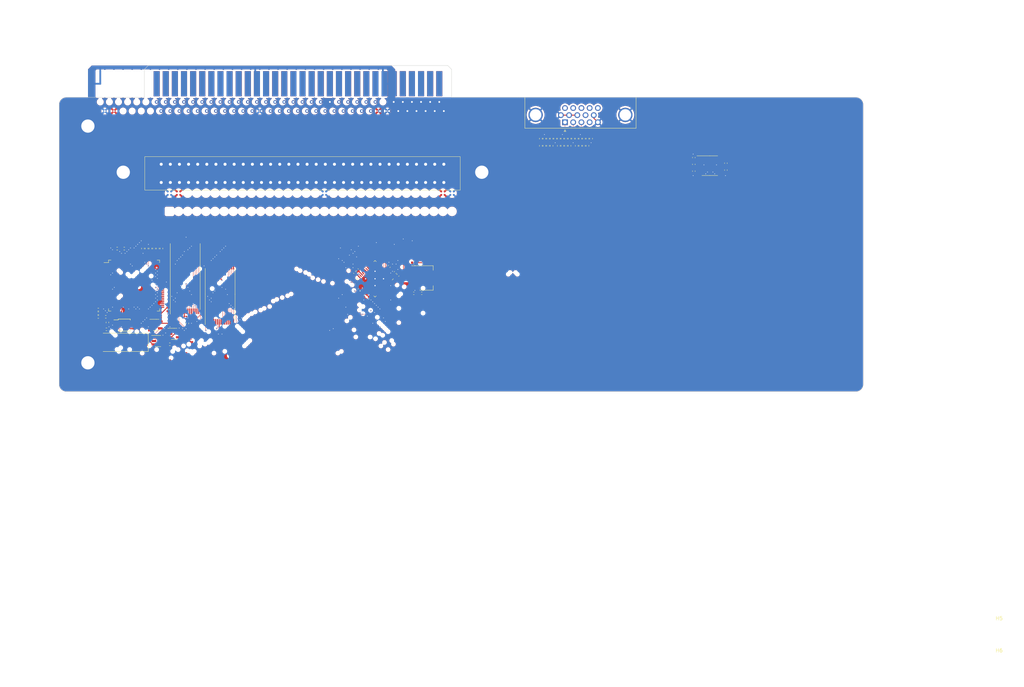
<source format=kicad_pcb>
(kicad_pcb (version 20221018) (generator pcbnew)
  (layers (0 "F.Cu" signal "F.Cu (SMD)") (1 "In1.Cu" power "In1.Cu (GND)") (2 "In2.Cu" signal "In2.Cu (N-S)") (3 "In3.Cu" signal "In3.Cu (E-W)") (4 "In4.Cu" power "In4.Cu (VCC)") (31 "B.Cu" signal "B.Cu (MISC)") (34 "B.Paste" user) (35 "F.Paste" user) (36 "B.SilkS" user "B.Silkscreen") (37 "F.SilkS" user "F.Silkscreen") (38 "B.Mask" user) (39 "F.Mask" user) (44 "Edge.Cuts" user))
  (net 0 "")
  (net 27 "GND")
  (net 28 "/~{RES}")
  (net 29 "/R{slash}~{W}")
  (net 30 "/RUN")
  (net 31 "/FCLK")
  (net 32 "/BE")
  (net 33 "/CLK")
  (net 34 "/PHI2")
  (net 35 "/BA")
  (net 36 "/A0")
  (net 37 "/A1")
  (net 38 "/A2")
  (net 39 "/A3")
  (net 40 "/A4")
  (net 41 "/A5")
  (net 42 "/A6")
  (net 43 "/A7")
  (net 44 "/A8")
  (net 45 "/A9")
  (net 46 "/A10")
  (net 47 "/A11")
  (net 48 "/A12")
  (net 49 "/A13")
  (net 50 "/A14")
  (net 51 "/A15")
  (net 52 "/A16")
  (net 53 "/A17")
  (net 54 "/A18")
  (net 55 "/A19")
  (net 56 "/A20")
  (net 57 "/A21")
  (net 58 "/A22")
  (net 59 "/A23")
  (net 60 "/~{CS}0")
  (net 61 "/~{CS}1")
  (net 62 "/~{CS}4")
  (net 63 "/~{CS}5")
  (net 64 "/D0")
  (net 65 "/D1")
  (net 66 "/D2")
  (net 67 "/D3")
  (net 68 "/D4")
  (net 69 "/D5")
  (net 70 "/D6")
  (net 71 "/D7")
  (net 72 "/~{NMI}")
  (net 73 "/~{IRQ}")
  (net 74 "Net-(U2-XA)")
  (net 75 "Net-(U2-XB)")
  (net 76 "/I2C_SCL")
  (net 77 "/I2C_SDA")
  (net 78 "/SCLK")
  (net 79 "+3.3V")
  (net 80 "Net-(U4-Pad4)")
  (net 81 "/~{WR}")
  (net 82 "/~{RD}")
  (net 85 "/~{EXP}")
  (net 86 "/~{RAM}")
  (net 87 "/~{VIRQ}")
  (net 88 "/SNES_LATCH")
  (net 89 "/SNES_CLK")
  (net 90 "/~{ROML}")
  (net 91 "/~{ROMH}")
  (net 93 "/SNES_DATA0")
  (net 94 "/SNES_DATA1")
  (net 95 "/SNES_DATA2")
  (net 96 "/SNES_DATA3")
  (net 102 "+1V2")
  (net 103 "/BCK")
  (net 104 "/ADATA")
  (net 105 "/R0")
  (net 106 "/CDONE")
  (net 107 "/~{FPGA_RES}")
  (net 108 "/R1")
  (net 109 "/R2")
  (net 110 "/R3")
  (net 111 "/G0")
  (net 112 "/G2")
  (net 113 "/FPGA_MOSI")
  (net 114 "/FPGA_SCK")
  (net 115 "/~{FPGA_SS}")
  (net 116 "/FPGA_MISO")
  (net 117 "/VSYNC")
  (net 118 "/HSYNC")
  (net 119 "/G3")
  (net 120 "/G1")
  (net 121 "/SYSCLK")
  (net 122 "/B2")
  (net 123 "/LRCK")
  (net 124 "/B0")
  (net 125 "/B1")
  (net 126 "/B3")
  (net 127 "Net-(U10-CPCB)")
  (net 128 "Net-(U10-CPCA)")
  (net 129 "Net-(U10-VMID)")
  (net 130 "Net-(U10-CPVOUTN)")
  (net 131 "/DAC_L")
  (net 132 "/DAC_R")
  (net 133 "/RED")
  (net 134 "Net-(R19-Pad2)")
  (net 135 "Net-(R20-Pad1)")
  (net 136 "Net-(R21-Pad1)")
  (net 137 "/GREEN")
  (net 138 "Net-(R28-Pad2)")
  (net 139 "Net-(R29-Pad1)")
  (net 140 "Net-(R30-Pad1)")
  (net 141 "/BLUE")
  (net 142 "Net-(R37-Pad2)")
  (net 143 "Net-(R38-Pad1)")
  (net 144 "Net-(R39-Pad1)")
  (footprint "Resistor_SMD:R_0402_1005Metric" (layer "F.Cu") (at 272.720088 94.994986 -90)
    (fp_text reference "R21" hide)
    (fp_text value "400Ω")
  )
  (footprint "Connector:Conn_Edge_2x32_THT_2.54mm_Male" (layer "F.Cu") (at 201.78 79.685)
    (fp_text reference "J2" hide)
    (fp_text value "2x32 2.54mm Card Edge Connector")
    (fp_line (start -41.520319 3.81) (end -41.91 3.81) (stroke (width 0.1)) (layer "Edge.Cuts"))
    (fp_line (start -41.51758 -4.014303) (end -41.520319 3.81) (stroke (width 0.1)) (layer "Edge.Cuts"))
    (fp_line (start -40.46 -5.08) (end -41.51758 -4.014303) (stroke (width 0.1)) (layer "Edge.Cuts"))
    (fp_line (start -40.46 -5.08) (end 43 -5.08) (stroke (width 0.1)) (layer "Edge.Cuts"))
    (fp_line (start 43 -5.08) (end 44.05758 -4.014303) (stroke (width 0.1)) (layer "Edge.Cuts"))
    (fp_line (start 44.054841 3.81) (end 44.05758 -4.014303) (stroke (width 0.1)) (layer "Edge.Cuts"))
    (fp_line (start 44.054841 3.81) (end 44.45 3.81) (stroke (width 0.1)) (layer "Edge.Cuts"))
  )
  (footprint "Capacitor_SMD:C_0402_1005Metric" (layer "F.Cu") (at 228.467521 130.621219 45)
    (fp_text reference "C20" hide)
    (fp_text value "4.7µF")
  )
  (footprint "Resistor_SMD:R_0402_1005Metric" (layer "F.Cu") (at 154.657782 125.655 180)
    (fp_text reference "R11" hide)
    (fp_text value "10KΩ")
  )
  (footprint "Capacitor_SMD:C_01005_0402Metric" (layer "F.Cu") (at 171.635 144.545)
    (fp_text reference "C7" hide)
    (fp_text value "100nF")
  )
  (footprint "Capacitor_SMD:C_01005_0402Metric" (layer "F.Cu") (at 181.355 147.545)
    (fp_text reference "C12" hide)
    (fp_text value "100nF")
  )
  (footprint "Resistor_SMD:R_0402_1005Metric" (layer "F.Cu") (at 283.720088 96.994986 -90)
    (fp_text reference "R44" hide)
    (fp_text value "800Ω")
  )
  (footprint "MountingHole:MountingHole_3.7mm" (layer "F.Cu") (at 398.405 242.405)
    (fp_text reference "H6")
    (fp_text value "MountingHole_Pad")
  )
  (footprint "Package_TO_SOT_SMD:SOT-23-5" (layer "F.Cu") (at 164.055 151.425)
    (fp_text reference "U5" hide)
    (fp_text value "SN74LVC1G00DCKR")
  )
  (footprint "Capacitor_SMD:C_01005_0402Metric" (layer "F.Cu") (at 156.635 126.475 180)
    (fp_text reference "C1" hide)
    (fp_text value "100nF")
  )
  (footprint "Capacitor_SMD:C_01005_0402Metric" (layer "F.Cu") (at 165.1925 149.295 180)
    (fp_text reference "C10" hide)
    (fp_text value "100nF")
  )
  (footprint "Resistor_SMD:R_0402_1005Metric" (layer "F.Cu") (at 163.992499 125.628516 -90)
    (fp_text reference "R3" hide)
    (fp_text value "10KΩ")
  )
  (footprint "Package_TO_SOT_SMD:SOT-23-5" (layer "F.Cu") (at 168.555 149.425)
    (fp_text reference "U6" hide)
    (fp_text value "SN74LVC1G00DCKR")
  )
  (footprint "Package_SO:TSOP-I-32_14.4x8mm_P0.5mm" (layer "F.Cu") (at 181.355 138.385 90)
    (fp_text reference "U7" hide)
    (fp_text value "SST39LF010-55-4C-WHE")
  )
  (footprint "MountingHole:MountingHole_3.7mm" (layer "F.Cu") (at 144.52 91.495)
    (fp_text reference "H1" hide)
    (fp_text value "MountingHole_Pad")
  )
  (footprint "Resistor_SMD:R_0402_1005Metric" (layer "F.Cu") (at 278.720088 96.994986 -90)
    (fp_text reference "R35" hide)
    (fp_text value "800Ω")
  )
  (footprint "Resistor_SMD:R_0402_1005Metric" (layer "F.Cu") (at 270.720088 94.994986 -90)
    (fp_text reference "R20" hide)
    (fp_text value "400Ω")
  )
  (footprint "Resistor_SMD:R_0402_1005Metric" (layer "F.Cu") (at 273.720088 94.994986 -90)
    (fp_text reference "R22" hide)
    (fp_text value "400Ω")
  )
  (footprint "Capacitor_SMD:C_0402_1005Metric" (layer "F.Cu") (at 230.896022 133.068719 45)
    (fp_text reference "C18" hide)
    (fp_text value "4.7µF")
  )
  (footprint "Resistor_SMD:R_0402_1005Metric" (layer "F.Cu") (at 275.720088 94.994986 -90)
    (fp_text reference "R29" hide)
    (fp_text value "400Ω")
  )
  (footprint "Package_TO_SOT_SMD:SOT-223-3_TabPin2" (layer "F.Cu") (at 238.805 133.845)
    (fp_text reference "U8" hide)
    (fp_text value "AP7361C-12E")
  )
  (footprint "Package_DFN_QFN:QFN-48-1EP_7x7mm_P0.5mm_EP5.6x5.6mm" (layer "F.Cu") (at 224.525 134.065 -135)
    (fp_text reference "U9" hide)
    (fp_text value "ICE40UP5K-SG48ITR")
  )
  (footprint "Resistor_SMD:R_0402_1005Metric" (layer "F.Cu") (at 160.891039 125.628516 -90)
    (fp_text reference "R7" hide)
    (fp_text value "10KΩ")
  )
  (footprint "Resistor_SMD:R_0402_1005Metric" (layer "F.Cu") (at 282.720088 94.994986 -90)
    (fp_text reference "R39" hide)
    (fp_text value "400Ω")
  )
  (footprint "Resistor_SMD:R_0402_1005Metric" (layer "F.Cu") (at 149.685 148.155)
    (fp_text reference "R2" hide)
    (fp_text value "10KΩ")
  )
  (footprint "Package_SO:MSOP-10_3x3mm_P0.5mm" (layer "F.Cu") (at 154.655 146.975)
    (fp_text reference "U2" hide)
    (fp_text value "Si5351A-B-GT")
  )
  (footprint "Capacitor_SMD:C_0402_1005Metric" (layer "F.Cu") (at 322.263528 103.765306 -90)
    (fp_text reference "C26" hide)
    (fp_text value "4.7µF")
  )
  (footprint "MountingHole:MountingHole_3.7mm" (layer "F.Cu") (at 154.38 104.3625)
    (fp_text reference "H3" hide)
    (fp_text value "MountingHole_Pad")
  )
  (footprint "Capacitor_SMD:C_01005_0402Metric" (layer "F.Cu") (at 164.6925 144.795 180)
    (fp_text reference "C9" hide)
    (fp_text value "100nF")
  )
  (footprint "Resistor_SMD:R_0402_1005Metric" (layer "F.Cu") (at 283.720088 94.994986 -90)
    (fp_text reference "R40" hide)
    (fp_text value "400Ω")
  )
  (footprint "Resistor_SMD:R_0402_1005Metric" (layer "F.Cu") (at 276.720088 94.994986 -90)
    (fp_text reference "R28" hide)
    (fp_text value "800Ω")
  )
  (footprint "Resistor_SMD:R_0402_1005Metric" (layer "F.Cu") (at 278.720088 94.994986 -90)
    (fp_text reference "R31" hide)
    (fp_text value "400Ω")
  )
  (footprint "Resistor_SMD:R_0402_1005Metric" (layer "F.Cu") (at 162.958679 125.628516 -90)
    (fp_text reference "R5" hide)
    (fp_text value "10KΩ")
  )
  (footprint "Capacitor_SMD:C_0402_1005Metric" (layer "F.Cu") (at 235.315 129.565)
    (fp_text reference "C15" hide)
    (fp_text value "100nF")
  )
  (footprint "Resistor_SMD:R_0402_1005Metric" (layer "F.Cu") (at 277.720088 96.994986 -90)
    (fp_text reference "R34" hide)
    (fp_text value "800Ω")
  )
  (footprint "Capacitor_SMD:C_01005_0402Metric" (layer "F.Cu") (at 169.6925 147.295 180)
    (fp_text reference "C11" hide)
    (fp_text value "100nF")
  )
  (footprint "Resistor_SMD:R_0402_1005Metric" (layer "F.Cu") (at 147.425 142.655)
    (fp_text reference "R14" hide)
    (fp_text value "10KΩ")
  )
  (footprint "Connector:Conn_Edge_2x32p_THT_2.54mm_5.08mm" (layer "F.Cu") (at 204.195 104.68)
    (fp_text reference "J1" hide)
    (fp_text value "2x32 2.54mm Card Edge Connector")
  )
  (footprint "Resistor_SMD:R_0402_1005Metric" (layer "F.Cu") (at 274.720088 94.994986 -90)
    (fp_text reference "R18" hide)
    (fp_text value "200Ω")
  )
  (footprint "Resistor_SMD:R_0402_1005Metric" (layer "F.Cu") (at 165.026319 125.628516 -90)
    (fp_text reference "R4" hide)
    (fp_text value "10KΩ")
  )
  (footprint "Package_SO:TSSOP-16_4.4x5mm_P0.65mm" (layer "F.Cu") (at 317.7925 102.53)
    (fp_text reference "U10" hide)
    (fp_text value "WM8524CGEDT")
  )
  (footprint "Resistor_SMD:R_0402_1005Metric" (layer "F.Cu") (at 282.720088 96.994986 -90)
    (fp_text reference "R43" hide)
    (fp_text value "800Ω")
  )
  (footprint "Resistor_SMD:R_0402_1005Metric" (layer "F.Cu") (at 271.720088 94.994986 -90)
    (fp_text reference "R19" hide)
    (fp_text value "800Ω")
  )
  (footprint "Package_TO_SOT_SMD:SOT-23-5" (layer "F.Cu") (at 163.555 146.925)
    (fp_text reference "U4" hide)
    (fp_text value "SN74LVC1G04DBVR")
  )
  (footprint "Resistor_SMD:R_0402_1005Metric" (layer "F.Cu") (at 281.720088 94.994986 -90)
    (fp_text reference "R37" hide)
    (fp_text value "800Ω")
  )
  (footprint "Capacitor_SMD:C_0402_1005Metric" (layer "F.Cu") (at 218.84184 132.292357 135)
    (fp_text reference "C13" hide)
    (fp_text value "100nF")
  )
  (footprint "Resistor_SMD:R_0402_1005Metric" (layer "F.Cu") (at 161.924859 125.628516 -90)
    (fp_text reference "R6" hide)
    (fp_text value "10KΩ")
  )
  (footprint "Capacitor_SMD:C_0402_1005Metric" (layer "F.Cu") (at 235.315 138.125)
    (fp_text reference "C19" hide)
    (fp_text value "4.7µF")
  )
  (footprint "Resistor_SMD:R_0402_1005Metric" (layer "F.Cu") (at 273.720088 96.994986 -90)
    (fp_text reference "R26" hide)
    (fp_text value "800Ω")
  )
  (footprint "Capacitor_SMD:C_0402_1005Metric" (layer "F.Cu") (at 221.811175 138.789118 -135)
    (fp_text reference "C17" hide)
    (fp_text value "4.7µF")
  )
  (footprint "Capacitor_SMD:C_0402_1005Metric" (layer "F.Cu") (at 220.094906 137.121208 -135)
    (fp_text reference "C22" hide)
    (fp_text value "100nF")
  )
  (footprint "Capacitor_SMD:C_01005_0402Metric" (layer "F.Cu") (at 158.635 145.475 180)
    (fp_text reference "C3" hide)
    (fp_text value "100nF")
  )
  (footprint "MountingHole:MountingHole_3.7mm" (layer "F.Cu") (at 144.52 157.495)
    (fp_text reference "H2" hide)
    (fp_text value "MountingHole_Pad")
  )
  (footprint "Resistor_SMD:R_0402_1005Metric" (layer "F.Cu") (at 280.720088 94.994986 -90)
    (fp_text reference "R38" hide)
    (fp_text value "400Ω")
  )
  (footprint "Capacitor_SMD:C_0402_1005Metric" (layer "F.Cu") (at 230.15669 132.329387 45)
    (fp_text reference "C16" hide)
    (fp_text value "4.7µF")
  )
  (footprint "Capacitor_SMD:C_01005_0402Metric" (layer "F.Cu") (at 150.885 145.725 90)
    (fp_text reference "C6" hide)
    (fp_text value "100nF")
  )
  (footprint "Resistor_SMD:R_0402_1005Metric" (layer "F.Cu") (at 152.685 125.655)
    (fp_text reference "R10" hide)
    (fp_text value "10KΩ")
  )
  (footprint "MountingHole:MountingHole_3.7mm" (layer "F.Cu") (at 254.26 104.3625)
    (fp_text reference "H4" hide)
    (fp_text value "MountingHole_Pad")
  )
  (footprint "Resistor_SMD:R_0402_1005Metric" (layer "F.Cu") (at 271.720088 96.994986 -90)
    (fp_text reference "R24" hide)
    (fp_text value "800Ω")
  )
  (footprint "Resistor_SMD:R_0402_1005Metric" (layer "F.Cu") (at 149.968385 146.240895 -90)
    (fp_text reference "R1" hide)
    (fp_text value "10KΩ")
  )
  (footprint "Capacitor_SMD:C_0402_1005Metric" (layer "F.Cu") (at 219.570158 131.564039 135)
    (fp_text reference "C8" hide)
    (fp_text value "100nF")
  )
  (footprint "Resistor_SMD:R_0402_1005Metric" (layer "F.Cu") (at 147.425 143.67223)
    (fp_text reference "R13" hide)
    (fp_text value "10KΩ")
  )
  (footprint "Resistor_SMD:R_0402_1005Metric" (layer "F.Cu") (at 276.720088 96.994986 -90)
    (fp_text reference "R33" hide)
    (fp_text value "800Ω")
  )
  (footprint "Resistor_SMD:R_0402_1005Metric" (layer "F.Cu") (at 149.508385 144.665)
    (fp_text reference "R9" hide)
    (fp_text value "10KΩ")
  )
  (footprint "Capacitor_SMD:C_01005_0402Metric" (layer "F.Cu") (at 147.885 136.725 -90)
    (fp_text reference "C4" hide)
    (fp_text value "100nF")
  )
  (footprint "MountingHole:MountingHole_3.7mm" (layer "F.Cu") (at 398.405 233.455)
    (fp_text reference "H5")
    (fp_text value "MountingHole_Pad")
  )
  (footprint "Resistor_SMD:R_0402_1005Metric" (layer "F.Cu") (at 270.720088 96.994986 -90)
    (fp_text reference "R23" hide)
    (fp_text value "800Ω")
  )
  (footprint "Resistor_SMD:R_0402_1005Metric" (layer "F.Cu") (at 172.225 146.515 -90)
    (fp_text reference "R16" hide)
    (fp_text value "10KΩ")
  )
  (footprint "Resistor_SMD:R_0402_1005Metric" (layer "F.Cu") (at 167.345 152.325 180)
    (fp_text reference "R17" hide)
    (fp_text value "10KΩ")
  )
  (footprint "Crystal:Crystal_SMD_HC49-SD" (layer "F.Cu") (at 154.655 151.795 180)
    (fp_text reference "X1" hide)
    (fp_text value "AS-25.000-20-F-3030-EXT-SMD-TR")
  )
  (footprint "Resistor_SMD:R_0402_1005Metric" (layer "F.Cu") (at 284.720088 94.994986 -90)
    (fp_text reference "R36" hide)
    (fp_text value "200Ω")
  )
  (footprint "Capacitor_SMD:C_0402_1005Metric" (layer "F.Cu") (at 313.332646 104.064003 -90)
    (fp_text reference "C27" hide)
    (fp_text value "4.7µF")
  )
  (footprint "Capacitor_SMD:C_0402_1005Metric" (layer "F.Cu") (at 322.263528 101.840504 -90)
    (fp_text reference "C24" hide)
    (fp_text value "2.2µF")
  )
  (footprint "Resistor_SMD:R_0402_1005Metric" (layer "F.Cu") (at 275.720088 96.994986 -90)
    (fp_text reference "R32" hide)
    (fp_text value "800Ω")
  )
  (footprint "Resistor_SMD:R_0402_1005Metric" (layer "F.Cu") (at 281.720088 96.994986 -90)
    (fp_text reference "R42" hide)
    (fp_text value "800Ω")
  )
  (footprint "Capacitor_SMD:C_01005_0402Metric" (layer "F.Cu") (at 158.385 147.225 90)
    (fp_text reference "C5" hide)
    (fp_text value "100nF")
  )
  (footprint "Package_SO:TSOP-I-32_18.4x8mm_P0.5mm" (layer "F.Cu") (at 171.635 133.445 90)
    (fp_text reference "U3" hide)
    (fp_text value "AS6C4008-55TIN")
  )
  (footprint "Package_QFP:TQFP-100_14x14mm_P0.5mm" (layer "F.Cu") (at 157.385 135.975)
    (fp_text reference "U1" hide)
    (fp_text value "W65C265S8QG-8")
  )
  (footprint "Capacitor_SMD:C_01005_0402Metric" (layer "F.Cu") (at 166.885 134.725 -90)
    (fp_text reference "C2" hide)
    (fp_text value "100nF")
  )
  (footprint "Connector_Dsub:DSUB-15-HD_Female_Horizontal_P2.29x1.98mm_EdgePinOffset3.03mm_Housed_MountingHolesOffset4.94mm" (layer "F.Cu") (at 277.442039 90.427885 180)
    (fp_text reference "J3" hide)
    (fp_text value "SVGA Connector")
  )
  (footprint "Capacitor_SMD:C_0402_1005Metric" (layer "F.Cu") (at 222.520153 139.498096 -135)
    (fp_text reference "C14" hide)
    (fp_text value "100nF")
  )
  (footprint "Resistor_SMD:R_0402_1005Metric" (layer "F.Cu") (at 166.756724 142.596067 -90)
    (fp_text reference "R12" hide)
    (fp_text value "10KΩ")
  )
  (footprint "Resistor_SMD:R_0402_1005Metric" (layer "F.Cu") (at 277.720088 94.994986 -90)
    (fp_text reference "R30" hide)
    (fp_text value "400Ω")
  )
  (footprint "Capacitor_SMD:C_0402_1005Metric" (layer "F.Cu") (at 313.332646 100.275499 90)
    (fp_text reference "C25" hide)
    (fp_text value "1µF")
  )
  (footprint "Resistor_SMD:R_0402_1005Metric" (layer "F.Cu") (at 147.425 144.68946)
    (fp_text reference "R15" hide)
    (fp_text value "10KΩ")
  )
  (footprint "Resistor_SMD:R_0402_1005Metric" (layer "F.Cu") (at 279.720088 94.994986 -90)
    (fp_text reference "R27" hide)
    (fp_text value "200Ω")
  )
  (footprint "Capacitor_SMD:C_0402_1005Metric" (layer "F.Cu") (at 313.332646 102.169751 -90)
    (fp_text reference "C23" hide)
    (fp_text value "1µF")
  )
  (footprint "Resistor_SMD:R_0402_1005Metric" (layer "F.Cu") (at 272.720088 96.994986 -90)
    (fp_text reference "R25" hide)
    (fp_text value "800Ω")
  )
  (footprint "Resistor_SMD:R_0402_1005Metric" (layer "F.Cu") (at 280.720088 96.994986 -90)
    (fp_text reference "R41" hide)
    (fp_text value "800Ω")
  )
  (footprint "Capacitor_SMD:C_0402_1005Metric" (layer "F.Cu") (at 237.535 138.125)
    (fp_text reference "C21" hide)
    (fp_text value "100nF")
  )
  (footprint "Resistor_SMD:R_0402_1005Metric" (layer "F.Cu") (at 159.857219 125.628516 -90)
    (fp_text reference "R8" hide)
    (fp_text value "10KΩ")
  )
  (gr_arc (start 358.52 83.495) (mid 359.934214 84.080786) (end 360.52 85.495) (stroke (width 0.1)) (layer "Edge.Cuts"))
  (gr_line (start 264.23 83.495) (end 358.52 83.495) (stroke (width 0.1)) (layer "Edge.Cuts"))
  (gr_arc (start 138.52 165.495) (mid 137.105786 164.909214) (end 136.52 163.495) (stroke (width 0.1)) (layer "Edge.Cuts"))
  (gr_arc (start 360.52 163.495) (mid 359.934214 164.909214) (end 358.52 165.495) (stroke (width 0.1)) (layer "Edge.Cuts"))
  (gr_arc (start 136.52 85.495) (mid 137.105786 84.080786) (end 138.52 83.495) (stroke (width 0.1)) (layer "Edge.Cuts"))
  (gr_line (start 264.23 83.495) (end 246.23 83.495) (stroke (width 0.1)) (layer "Edge.Cuts"))
  (gr_line (start 154.23 83.495) (end 138.52 83.495) (stroke (width 0.1)) (layer "Edge.Cuts"))
  (gr_line (start 136.52 85.495) (end 136.52 163.495) (stroke (width 0.1)) (layer "Edge.Cuts"))
  (gr_line (start 154.23 83.495) (end 159.87 83.495) (stroke (width 0.1)) (layer "Edge.Cuts"))
  (gr_line (start 138.52 165.495) (end 358.52 165.495) (stroke (width 0.1)) (layer "Edge.Cuts"))
  (gr_line (start 360.52 163.495) (end 360.52 85.495) (stroke (width 0.1)) (layer "Edge.Cuts"))
  (segment (start 166.184789 149.176522) (end 166.184789 149.179789) (width 0.25) (layer "F.Cu") (net 27))
  (segment (start 158.385 146.975) (end 156.855 146.975) (width 0.25) (layer "F.Cu") (net 27))
  (segment (start 156.385 126.475) (end 156.385 125.475) (width 0.25) (layer "F.Cu") (net 27))
  (segment (start 219.230747 131.224628) (end 218.634628 131.224628) (width 0.25) (layer "F.Cu") (net 27))
  (segment (start 167.103959 150.375) (end 167.4175 150.375) (width 0.25) (layer "F.Cu") (net 27))
  (segment (start 218.502429 131.952946) (end 219.230747 131.224628) (width 0.25) (layer "F.Cu") (net 27))
  (segment (start 322.148024 102.205) (end 322.263528 102.320504) (width 0.25) (layer "F.Cu") (net 27))
  (segment (start 237.675 129.565) (end 237.711115 129.601115) (width 0.25) (layer "F.Cu") (net 27))
  (segment (start 285.457039 88.447885) (end 285.457039 89.282885) (width 0.25) (layer "F.Cu") (net 27))
  (segment (start 230.496101 131.989976) (end 231.235433 132.729308) (width 0.25) (layer "F.Cu") (net 27))
  (segment (start 161.98 148.3125) (end 161.98 149.111829) (width 0.25) (layer "F.Cu") (net 27))
  (segment (start 164.255 149.9825) (end 164.255 151.351041) (width 0.25) (layer "F.Cu") (net 27))
  (segment (start 238.015 138.125) (end 238.015 137.785) (width 0.25) (layer "F.Cu") (net 27))
  (segment (start 181.605 147.545) (end 181.605 149.195) (width 0.25) (layer "F.Cu") (net 27))
  (segment (start 163.355 145.8825) (end 163.355 147.251041) (width 0.25) (layer "F.Cu") (net 27))
  (segment (start 164.255 151.351041) (end 163.231041 152.375) (width 0.25) (layer "F.Cu") (net 27))
  (segment (start 322.263528 105.196472) (end 322.155 105.305) (width 0.25) (layer "F.Cu") (net 27))
  (segment (start 165.0475 134.975) (end 162.885 134.975) (width 0.25) (layer "F.Cu") (net 27))
  (segment (start 230.496101 131.989976) (end 230.885 131.601077) (width 0.25) (layer "F.Cu") (net 27))
  (segment (start 156.385 126.475) (end 156.385 128.3125) (width 0.25) (layer "F.Cu") (net 27))
  (segment (start 166.184789 149.179789) (end 166.48 149.475) (width 0.25) (layer "F.Cu") (net 27))
  (segment (start 149.7225 136.975) (end 151.385 136.975) (width 0.25) (layer "F.Cu") (net 27))
  (segment (start 221.471764 139.128529) (end 222.180742 139.837507) (width 0.25) (layer "F.Cu") (net 27))
  (segment (start 162.4175 147.875) (end 161.98 148.3125) (width 0.25) (layer "F.Cu") (net 27))
  (segment (start 237.711115 129.601115) (end 237.734123 129.601115) (width 0.25) (layer "F.Cu") (net 27))
  (segment (start 181.605 134.195) (end 181.885 134.475) (width 0.25) (layer "F.Cu") (net 27))
  (segment (start 276.297039 88.447885) (end 280.877039 88.447885) (width 0.25) (layer "F.Cu") (net 27))
  (segment (start 236.229314 138.975) (end 237.385 138.975) (width 0.25) (layer "F.Cu") (net 27))
  (segment (start 218.634628 131.224628) (end 218.385 130.975) (width 0.25) (layer "F.Cu") (net 27))
  (segment (start 149.7225 136.975) (end 147.885 136.975) (width 0.25) (layer "F.Cu") (net 27))
  (segment (start 171.955 144.545) (end 172.385 144.975) (width 0.25) (layer "F.Cu") (net 27))
  (segment (start 235.795 129.565) (end 237.675 129.565) (width 0.25) (layer "F.Cu") (net 27))
  (segment (start 161.98 149.131795) (end 161.98 151.751041) (width 0.25) (layer "F.Cu") (net 27))
  (segment (start 166.181522 149.176522) (end 166.184789 149.176522) (width 0.25) (layer "F.Cu") (net 27))
  (segment (start 161.989983 149.121812) (end 161.98 149.131795) (width 0.25) (layer "F.Cu") (net 27))
  (segment (start 156.385 128.3125) (end 156.385 129.975) (width 0.25) (layer "F.Cu") (net 27))
  (segment (start 167.731041 150.375) (end 167.4175 150.375) (width 0.25) (layer "F.Cu") (net 27))
  (segment (start 158.385 145.475) (end 158.385 146.975) (width 0.25) (layer "F.Cu") (net 27))
  (segment (start 235.795 138.540686) (end 236.229314 138.975) (width 0.25) (layer "F.Cu") (net 27))
  (segment (start 221.471764 139.128529) (end 221.471764 139.888236) (width 0.25) (layer "F.Cu") (net 27))
  (segment (start 150.885 145.475) (end 153.950686 145.475) (width 0.25) (layer "F.Cu") (net 27))
  (segment (start 271.720088 94.484986) (end 271.720088 93.856687) (width 0.25) (layer "F.Cu") (net 27))
  (segment (start 320.655 102.205) (end 322.148024 102.205) (width 0.25) (layer "F.Cu") (net 27))
  (segment (start 230.885 131.601077) (end 230.885 131.475) (width 0.25) (layer "F.Cu") (net 27))
  (segment (start 313.332646 99.482646) (end 313.155 99.305) (width 0.25) (layer "F.Cu") (net 27))
  (segment (start 221.471764 139.888236) (end 221.385 139.975) (width 0.25) (layer "F.Cu") (net 27))
  (segment (start 316.055 102.205) (end 316.155 102.305) (width 0.25) (layer "F.Cu") (net 27))
  (segment (start 161.98 149.111829) (end 161.989983 149.121812) (width 0.25) (layer "F.Cu") (net 27))
  (segment (start 181.605 130.6975) (end 181.605 134.195) (width 0.25) (layer "F.Cu") (net 27))
  (segment (start 166.48 149.475) (end 166.48 149.751041) (width 0.25) (layer "F.Cu") (net 27))
  (segment (start 220.370619 137.460619) (end 220.385 137.475) (width 0.25) (layer "F.Cu") (net 27))
  (segment (start 238.015 138.345) (end 238.015 138.125) (width 0.25) (layer "F.Cu") (net 27))
  (segment (start 237.734123 129.624123) (end 241.955 133.845) (width 0.25) (layer "F.Cu") (net 27))
  (segment (start 155.450686 146.975) (end 156.855 146.975) (width 0.25) (layer "F.Cu") (net 27))
  (segment (start 238.015 137.785) (end 241.955 133.845) (width 0.25) (layer "F.Cu") (net 27))
  (segment (start 164.9425 149.295) (end 164.255 149.9825) (width 0.25) (layer "F.Cu") (net 27))
  (segment (start 162.731041 147.875) (end 162.4175 147.875) (width 0.25) (layer "F.Cu") (net 27))
  (segment (start 168.755 147.9825) (end 168.755 149.351041) (width 0.25) (layer "F.Cu") (net 27))
  (segment (start 281.720088 94.484986) (end 281.720088 93.860504) (width 0.25) (layer "F.Cu") (net 27))
  (segment (start 313.332646 104.544003) (end 313.332646 105.127354) (width 0.25) (layer "F.Cu") (net 27))
  (segment (start 279.720088 95.504986) (end 279.720088 96.131833) (width 0.25) (layer "F.Cu") (net 27))
  (segment (start 166.385 134.975) (end 166.885 134.975) (width 0.25) (layer "F.Cu") (net 27))
  (segment (start 164.4425 144.795) (end 163.355 145.8825) (width 0.25) (layer "F.Cu") (net 27))
  (segment (start 163.231041 152.375) (end 162.9175 152.375) (width 0.25) (layer "F.Cu") (net 27))
  (segment (start 284.720088 95.504986) (end 284.720088 96.129626) (width 0.25) (layer "F.Cu") (net 27))
  (segment (start 163.355 147.251041) (end 162.731041 147.875) (width 0.25) (layer "F.Cu") (net 27))
  (segment (start 166.48 149.751041) (end 167.103959 150.375) (width 0.25) (layer "F.Cu") (net 27))
  (segment (start 274.720088 95.504986) (end 274.720088 96.132691) (width 0.25) (layer "F.Cu") (net 27))
  (segment (start 313.332646 99.795499) (end 313.332646 99.482646) (width 0.25) (layer "F.Cu") (net 27))
  (segment (start 237.734123 129.601115) (end 237.734123 129.624123) (width 0.25) (layer "F.Cu") (net 27))
  (segment (start 169.4425 147.295) (end 168.755 147.9825) (width 0.25) (layer "F.Cu") (net 27))
  (segment (start 314.93 102.205) (end 316.055 102.205) (width 0.25) (layer "F.Cu") (net 27))
  (segment (start 164.9425 149.295) (end 164.9425 149.100025) (width 0.25) (layer "F.Cu") (net 27))
  (segment (start 161.98 151.751041) (end 162.603959 152.375) (width 0.25) (layer "F.Cu") (net 27))
  (segment (start 171.885 144.545) (end 171.955 144.545) (width 0.25) (layer "F.Cu") (net 27))
  (segment (start 165.172525 148.87) (end 165.875 148.87) (width 0.25) (layer "F.Cu") (net 27))
  (segment (start 313.332646 105.127354) (end 313.155 105.305) (width 0.25) (layer "F.Cu") (net 27))
  (segment (start 181.605 149.195) (end 181.885 149.475) (width 0.25) (layer "F.Cu") (net 27))
  (segment (start 320.655 102.205) (end 319.755 102.205) (width 0.25) (layer "F.Cu") (net 27))
  (segment (start 158.385 143.6375) (end 158.385 141.975) (width 0.25) (layer "F.Cu") (net 27))
  (segment (start 162.603959 152.375) (end 162.9175 152.375) (width 0.25) (layer "F.Cu") (net 27))
  (segment (start 164.9425 149.100025) (end 165.172525 148.87) (width 0.25) (layer "F.Cu") (net 27))
  (segment (start 319.755 102.205) (end 319.655 102.305) (width 0.25) (layer "F.Cu") (net 27))
  (segment (start 228.806932 130.281808) (end 229.11374 129.975) (width 0.25) (layer "F.Cu") (net 27))
  (segment (start 237.385 138.975) (end 238.015 138.345) (width 0.25) (layer "F.Cu") (net 27))
  (segment (start 322.263528 104.245306) (end 322.263528 105.196472) (width 0.25) (layer "F.Cu") (net 27))
  (segment (start 171.885 123.7575) (end 171.885 122.475) (width 0.25) (layer "F.Cu") (net 27))
  (segment (start 165.875 148.87) (end 166.181522 149.176522) (width 0.25) (layer "F.Cu") (net 27))
  (segment (start 158.385 143.6375) (end 158.385 145.475) (width 0.25) (layer "F.Cu") (net 27))
  (segment (start 235.655 133.845) (end 241.955 133.845) (width 0.25) (layer "F.Cu") (net 27))
  (segment (start 229.11374 129.975) (end 229.385 129.975) (width 0.25) (layer "F.Cu") (net 27))
  (segment (start 285.457039 89.282885) (end 286.602039 90.427885) (width 0.25) (layer "F.Cu") (net 27))
  (segment (start 276.720088 94.484986) (end 276.720088 93.853496) (width 0.25) (layer "F.Cu") (net 27))
  (segment (start 219.755495 137.460619) (end 220.370619 137.460619) (width 0.25) (layer "F.Cu") (net 27))
  (segment (start 235.795 138.125) (end 235.795 138.540686) (width 0.25) (layer "F.Cu") (net 27))
  (segment (start 153.950686 145.475) (end 155.450686 146.975) (width 0.25) (layer "F.Cu") (net 27))
  (segment (start 168.755 149.351041) (end 167.731041 150.375) (width 0.25) (layer "F.Cu") (net 27))
  (segment (start 165.0475 134.975) (end 166.385 134.975) (width 0.25) (layer "F.Cu") (net 27))
  (via (at 218.385 130.975) (size 0.35) (drill 0.2) (layers "F.Cu" "B.Cu") (net 27))
  (via (at 226.885 134.065) (size 0.45) (drill 0.35) (layers "F.Cu" "B.Cu") (net 27))
  (via (at 229.385 129.975) (size 0.35) (drill 0.2) (layers "F.Cu" "B.Cu") (net 27))
  (via (at 151.385 136.975) (size 0.35) (drill 0.2) (layers "F.Cu" "B.Cu") (net 27))
  (via (at 171.885 122.475) (size 0.35) (drill 0.2) (layers "F.Cu" "B.Cu") (net 27))
  (via (at 224.525 131.975) (size 0.45) (drill 0.35) (layers "F.Cu" "B.Cu") (net 27))
  (via (at 224.525 135.975) (size 0.45) (drill 0.35) (layers "F.Cu" "B.Cu") (net 27))
  (via (at 284.720088 96.129626) (size 0.35) (drill 0.2) (layers "F.Cu" "B.Cu") (net 27))
  (via (at 220.385 137.475) (size 0.35) (drill 0.2) (layers "F.Cu" "B.Cu") (net 27))
  (via (at 313.155 105.305) (size 0.35) (drill 0.2) (layers "F.Cu" "B.Cu") (net 27))
  (via (at 166.385 134.975) (size 0.35) (drill 0.2) (layers "F.Cu" "B.Cu") (net 27))
  (via (at 281.720088 93.860504) (size 0.35) (drill 0.2) (layers "F.Cu" "B.Cu") (net 27))
  (via (at 156.385 125.475) (size 0.35) (drill 0.2) (layers "F.Cu" "B.Cu") (net 27))
  (via (at 172.385 144.975) (size 0.35) (drill 0.2) (layers "F.Cu" "B.Cu") (net 27))
  (via (at 166.184789 149.176522) (size 0.35) (drill 0.2) (layers "F.Cu" "B.Cu") (net 27))
  (via (at 224.525 134.065) (size 0.45) (drill 0.35) (layers "F.Cu" "B.Cu") (net 27))
  (via (at 230.885 131.475) (size 0.35) (drill 0.2) (layers "F.Cu" "B.Cu") (net 27))
  (via (at 271.720088 93.856687) (size 0.35) (drill 0.2) (layers "F.Cu" "B.Cu") (net 27))
  (via (at 221.385 139.975) (size 0.35) (drill 0.2) (layers "F.Cu" "B.Cu") (net 27))
  (via (at 221.885 134.065) (size 0.45) (drill 0.35) (layers "F.Cu" "B.Cu") (net 27))
  (via (at 237.734123 129.601115) (size 0.35) (drill 0.2) (layers "F.Cu" "B.Cu") (net 27))
  (via (at 319.655 102.305) (size 0.35) (drill 0.2) (layers "F.Cu" "B.Cu") (net 27))
  (via (at 313.155 99.305) (size 0.35) (drill 0.2) (layers "F.Cu" "B.Cu") (net 27))
  (via (at 322.155 105.305) (size 0.35) (drill 0.2) (layers "F.Cu" "B.Cu") (net 27))
  (via (at 156.385 129.975) (size 0.35) (drill 0.2) (layers "F.Cu" "B.Cu") (net 27))
  (via (at 158.385 141.975) (size 0.35) (drill 0.2) (layers "F.Cu" "B.Cu") (net 27))
  (via (at 161.989983 149.121812) (size 0.35) (drill 0.2) (layers "F.Cu" "B.Cu") (net 27))
  (via (at 279.720088 96.131833) (size 0.35) (drill 0.2) (layers "F.Cu" "B.Cu") (net 27))
  (via (at 181.885 134.475) (size 0.35) (drill 0.2) (layers "F.Cu" "B.Cu") (net 27))
  (via (at 316.155 102.305) (size 0.35) (drill 0.2) (layers "F.Cu" "B.Cu") (net 27))
  (via (at 276.720088 93.853496) (size 0.35) (drill 0.2) (layers "F.Cu" "B.Cu") (net 27))
  (via (at 181.885 149.475) (size 0.35) (drill 0.2) (layers "F.Cu" "B.Cu") (net 27))
  (via (at 274.720088 96.132691) (size 0.35) (drill 0.2) (layers "F.Cu" "B.Cu") (net 27))
  (segment (start 150.018385 144.665) (end 150.3575 144.665) (width 0.09) (layer "F.Cu") (net 28))
  (segment (start 150.3575 144.665) (end 151.385 143.6375) (width 0.09) (layer "F.Cu") (net 28))
  (segment (start 151.385 143.6375) (end 151.385 141.975) (width 0.09) (layer "F.Cu") (net 28))
  (via (at 151.385 141.975) (size 0.35) (drill 0.2) (layers "F.Cu" "B.Cu") (net 28))
  (via (at 151.385 146.975) (size 0.35) (drill 0.2) (layers "F.Cu" "B.Cu") (net 28))
  (segment (start 149.14946 143.475) (end 147.935 144.68946) (width 0.09) (layer "F.Cu") (net 29))
  (segment (start 167.4175 148.475) (end 167.4175 147.5075) (width 0.09) (layer "F.Cu") (net 29))
  (segment (start 161.385 147.475) (end 161.935 146.925) (width 0.09) (layer "F.Cu") (net 29))
  (segment (start 226.225102 142.134898) (end 226.225102 137.532869) (width 0.09) (layer "F.Cu") (net 29))
  (segment (start 225.885 142.475) (end 226.225102 142.134898) (width 0.09) (layer "F.Cu") (net 29))
  (segment (start 161.935 146.925) (end 162.4175 146.925) (width 0.09) (layer "F.Cu") (net 29))
  (segment (start 153.885 143.6375) (end 153.885 142.475) (width 0.09) (layer "F.Cu") (net 29))
  (segment (start 226.225102 137.532869) (end 226.071796 137.379563) (width 0.09) (layer "F.Cu") (net 29))
  (segment (start 149.885 143.475) (end 149.14946 143.475) (width 0.09) (layer "F.Cu") (net 29))
  (segment (start 167.4175 147.5075) (end 167.385 147.475) (width 0.09) (layer "F.Cu") (net 29))
  (via (at 153.885 147.475) (size 0.35) (drill 0.2) (layers "F.Cu" "B.Cu") (net 29))
  (via (at 225.885 142.475) (size 0.35) (drill 0.2) (layers "F.Cu" "B.Cu") (net 29))
  (via (at 153.885 142.475) (size 0.35) (drill 0.2) (layers "F.Cu" "B.Cu") (net 29))
  (via (at 149.885 143.475) (size 0.35) (drill 0.2) (layers "F.Cu" "B.Cu") (net 29))
  (via (at 225.885 147.475) (size 0.35) (drill 0.2) (layers "F.Cu" "B.Cu") (net 29))
  (via (at 167.385 147.475) (size 0.35) (drill 0.2) (layers "F.Cu" "B.Cu") (net 29))
  (via (at 161.385 147.475) (size 0.35) (drill 0.2) (layers "F.Cu" "B.Cu") (net 29))
  (segment (start 148.68777 143.67223) (end 147.935 143.67223) (width 0.09) (layer "F.Cu") (net 30))
  (segment (start 149.385 142.975) (end 148.68777 143.67223) (width 0.09) (layer "F.Cu") (net 30))
  (segment (start 154.385 143.6375) (end 154.385 141.975) (width 0.09) (layer "F.Cu") (net 30))
  (via (at 149.385 142.975) (size 0.35) (drill 0.2) (layers "F.Cu" "B.Cu") (net 30))
  (via (at 154.385 141.975) (size 0.35) (drill 0.2) (layers "F.Cu" "B.Cu") (net 30))
  (via (at 222.385 144.475) (size 0.35) (drill 0.2) (layers "F.Cu" "B.Cu") (net 30))
  (segment (start 155.885 146.475) (end 156.855 146.475) (width 0.09) (layer "F.Cu") (net 31))
  (segment (start 155.385 143.6375) (end 155.385 145.975) (width 0.09) (layer "F.Cu") (net 31))
  (segment (start 155.385 145.975) (end 155.885 146.475) (width 0.09) (layer "F.Cu") (net 31))
  (segment (start 155.885 143.6375) (end 155.885 142.475) (width 0.09) (layer "F.Cu") (net 32))
  (segment (start 166.756724 143.846724) (end 166.885 143.975) (width 0.09) (layer "F.Cu") (net 32))
  (segment (start 166.756724 143.106067) (end 166.756724 143.846724) (width 0.09) (layer "F.Cu") (net 32))
  (via (at 155.885 142.475) (size 0.35) (drill 0.2) (layers "F.Cu" "B.Cu") (net 32))
  (via (at 216.885 143.975) (size 0.35) (drill 0.2) (layers "F.Cu" "B.Cu") (net 32))
  (via (at 166.885 143.975) (size 0.35) (drill 0.2) (layers "F.Cu" "B.Cu") (net 32))
  (segment (start 156.385 143.6375) (end 156.385 145.505) (width 0.09) (layer "F.Cu") (net 33))
  (segment (start 156.385 145.505) (end 156.855 145.975) (width 0.09) (layer "F.Cu") (net 33))
  (segment (start 163.033051 151.425) (end 163.885 150.573051) (width 0.09) (layer "F.Cu") (net 34))
  (segment (start 225.011136 138.440223) (end 225.011136 140.348864) (width 0.09) (layer "F.Cu") (net 34))
  (segment (start 163.885 149.475) (end 165.05 148.31) (width 0.09) (layer "F.Cu") (net 34))
  (segment (start 165.885 147.975) (end 165.885 148.008051) (width 0.09) (layer "F.Cu") (net 34))
  (segment (start 157.385 143.6375) (end 157.385 141.975) (width 0.09) (layer "F.Cu") (net 34))
  (segment (start 225.011136 140.348864) (end 224.385 140.975) (width 0.09) (layer "F.Cu") (net 34))
  (segment (start 165.55 148.31) (end 165.885 147.975) (width 0.09) (layer "F.Cu") (net 34))
  (segment (start 165.05 148.31) (end 165.55 148.31) (width 0.09) (layer "F.Cu") (net 34))
  (segment (start 167.301949 149.425) (end 167.4175 149.425) (width 0.09) (layer "F.Cu") (net 34))
  (segment (start 162.9175 151.425) (end 163.033051 151.425) (width 0.09) (layer "F.Cu") (net 34))
  (segment (start 165.885 148.008051) (end 167.301949 149.425) (width 0.09) (layer "F.Cu") (net 34))
  (segment (start 163.885 150.573051) (end 163.885 149.475) (width 0.09) (layer "F.Cu") (net 34))
  (via (at 224.385 143.475) (size 0.35) (drill 0.2) (layers "F.Cu" "B.Cu") (net 34))
  (via (at 157.385 141.975) (size 0.35) (drill 0.2) (layers "F.Cu" "B.Cu") (net 34))
  (via (at 224.385 140.975) (size 0.35) (drill 0.2) (layers "F.Cu" "B.Cu") (net 34))
  (via (at 165.885 147.975) (size 0.35) (drill 0.2) (layers "F.Cu" "B.Cu") (net 34))
  (segment (start 148.115 142.475) (end 148.885 142.475) (width 0.09) (layer "F.Cu") (net 35))
  (segment (start 147.935 142.655) (end 148.115 142.475) (width 0.09) (layer "F.Cu") (net 35))
  (segment (start 157.885 143.6375) (end 157.885 142.475) (width 0.09) (layer "F.Cu") (net 35))
  (via (at 157.885 142.475) (size 0.35) (drill 0.2) (layers "F.Cu" "B.Cu") (net 35))
  (via (at 148.885 142.475) (size 0.35) (drill 0.2) (layers "F.Cu" "B.Cu") (net 35))
  (via (at 223.385 142.975) (size 0.35) (drill 0.2) (layers "F.Cu" "B.Cu") (net 35))
  (segment (start 176.28 142.638615) (end 176.28 141.87) (width 0.09) (layer "F.Cu") (net 36))
  (segment (start 176.28 141.87) (end 173.885 139.475) (width 0.09) (layer "F.Cu") (net 36))
  (segment (start 183.885 138.416385) (end 183.885 140.416385) (width 0.09) (layer "F.Cu") (net 36))
  (segment (start 175.885 143.033615) (end 176.28 142.638615) (width 0.09) (layer "F.Cu") (net 36))
  (segment (start 159.385 143.6375) (end 159.385 146.475) (width 0.09) (layer "F.Cu") (net 36))
  (segment (start 183.605 138.136385) (end 183.885 138.416385) (width 0.09) (layer "F.Cu") (net 36))
  (segment (start 224.038864 138.440223) (end 224.038864 140.321136) (width 0.09) (layer "F.Cu") (net 36))
  (segment (start 224.038864 140.321136) (end 223.885 140.475) (width 0.09) (layer "F.Cu") (net 36))
  (segment (start 173.885 139.475) (end 173.885 123.7575) (width 0.09) (layer "F.Cu") (net 36))
  (segment (start 183.605 130.6975) (end 183.605 138.136385) (width 0.09) (layer "F.Cu") (net 36))
  (segment (start 183.885 140.416385) (end 185.885 142.416385) (width 0.09) (layer "F.Cu") (net 36))
  (segment (start 175.885 143.975) (end 175.885 143.033615) (width 0.09) (layer "F.Cu") (net 36))
  (segment (start 173.385 146.475) (end 175.885 143.975) (width 0.09) (layer "F.Cu") (net 36))
  (segment (start 185.885 142.416385) (end 185.885 146.475) (width 0.09) (layer "F.Cu") (net 36))
  (via (at 185.885 146.475) (size 0.35) (drill 0.2) (layers "F.Cu" "B.Cu") (net 36))
  (via (at 223.885 146.475) (size 0.35) (drill 0.2) (layers "F.Cu" "B.Cu") (net 36))
  (via (at 159.385 146.475) (size 0.35) (drill 0.2) (layers "F.Cu" "B.Cu") (net 36))
  (via (at 173.385 146.475) (size 0.35) (drill 0.2) (layers "F.Cu" "B.Cu") (net 36))
  (via (at 223.885 140.475) (size 0.35) (drill 0.2) (layers "F.Cu" "B.Cu") (net 36))
  (segment (start 159.885 143.6375) (end 159.885 145.975) (width 0.09) (layer "F.Cu") (net 37))
  (segment (start 227.285762 136.472209) (end 227.132456 136.318903) (width 0.09) (layer "F.Cu") (net 37))
  (segment (start 227.385 145.975) (end 227.285762 145.875762) (width 0.09) (layer "F.Cu") (net 37))
  (segment (start 186.385 142.475) (end 186.385 145.975) (width 0.09) (layer "F.Cu") (net 37))
  (segment (start 176.46 142.713173) (end 176.46 141.55) (width 0.09) (layer "F.Cu") (net 37))
  (segment (start 176.065 144.049558) (end 176.065 143.108173) (width 0.09) (layer "F.Cu") (net 37))
  (segment (start 184.105 140.195) (end 186.385 142.475) (width 0.09) (layer "F.Cu") (net 37))
  (segment (start 174.385 139.475) (end 174.385 123.7575) (width 0.09) (layer "F.Cu") (net 37))
  (segment (start 174.885 145.229558) (end 176.065 144.049558) (width 0.09) (layer "F.Cu") (net 37))
  (segment (start 176.46 141.55) (end 174.385 139.475) (width 0.09) (layer "F.Cu") (net 37))
  (segment (start 227.285762 145.875762) (end 227.285762 136.472209) (width 0.09) (layer "F.Cu") (net 37))
  (segment (start 184.105 130.6975) (end 184.105 140.195) (width 0.09) (layer "F.Cu") (net 37))
  (segment (start 176.065 143.108173) (end 176.46 142.713173) (width 0.09) (layer "F.Cu") (net 37))
  (segment (start 174.885 145.975) (end 174.885 145.229558) (width 0.09) (layer "F.Cu") (net 37))
  (via (at 159.885 145.975) (size 0.35) (drill 0.2) (layers "F.Cu" "B.Cu") (net 37))
  (via (at 227.385 145.975) (size 0.35) (drill 0.2) (layers "F.Cu" "B.Cu") (net 37))
  (via (at 174.885 145.975) (size 0.35) (drill 0.2) (layers "F.Cu" "B.Cu") (net 37))
  (via (at 186.385 145.975) (size 0.35) (drill 0.2) (layers "F.Cu" "B.Cu") (net 37))
  (segment (start 176.244999 143.182732) (end 176.64 142.787731) (width 0.09) (layer "F.Cu") (net 38))
  (segment (start 176.244999 144.124117) (end 176.244999 143.182732) (width 0.09) (layer "F.Cu") (net 38))
  (segment (start 225.364689 138.08667) (end 225.517995 138.239976) (width 0.09) (layer "F.Cu") (net 38))
  (segment (start 225.517995 140.842005) (end 224.885 141.475) (width 0.09) (layer "F.Cu") (net 38))
  (segment (start 175.885 144.484116) (end 176.244999 144.124117) (width 0.09) (layer "F.Cu") (net 38))
  (segment (start 184.605 140.195) (end 186.885 142.475) (width 0.09) (layer "F.Cu") (net 38))
  (segment (start 186.885 142.475) (end 186.885 145.475) (width 0.09) (layer "F.Cu") (net 38))
  (segment (start 184.605 130.6975) (end 184.605 140.195) (width 0.09) (layer "F.Cu") (net 38))
  (segment (start 160.385 143.6375) (end 160.385 145.475) (width 0.09) (layer "F.Cu") (net 38))
  (segment (start 176.64 142.787731) (end 176.64 141.23) (width 0.09) (layer "F.Cu") (net 38))
  (segment (start 174.885 139.475) (end 174.885 123.7575) (width 0.09) (layer "F.Cu") (net 38))
  (segment (start 175.885 145.475) (end 175.885 144.484116) (width 0.09) (layer "F.Cu") (net 38))
  (segment (start 225.517995 138.239976) (end 225.517995 140.842005) (width 0.09) (layer "F.Cu") (net 38))
  (segment (start 176.64 141.23) (end 174.885 139.475) (width 0.09) (layer "F.Cu") (net 38))
  (via (at 160.385 145.475) (size 0.35) (drill 0.2) (layers "F.Cu" "B.Cu") (net 38))
  (via (at 224.885 141.475) (size 0.35) (drill 0.2) (layers "F.Cu" "B.Cu") (net 38))
  (via (at 186.885 145.475) (size 0.35) (drill 0.2) (layers "F.Cu" "B.Cu") (net 38))
  (via (at 224.885 145.475) (size 0.35) (drill 0.2) (layers "F.Cu" "B.Cu") (net 38))
  (via (at 175.885 145.475) (size 0.35) (drill 0.2) (layers "F.Cu" "B.Cu") (net 38))
  (segment (start 176.424999 144.198675) (end 176.424999 143.25729) (width 0.09) (layer "F.Cu") (net 39))
  (segment (start 176.82 142.862289) (end 176.82 140.91) (width 0.09) (layer "F.Cu") (net 39))
  (segment (start 185.105 130.6975) (end 185.105 140.195) (width 0.09) (layer "F.Cu") (net 39))
  (segment (start 176.385 144.238674) (end 176.424999 144.198675) (width 0.09) (layer "F.Cu") (net 39))
  (segment (start 176.385 144.975) (end 176.385 144.238674) (width 0.09) (layer "F.Cu") (net 39))
  (segment (start 160.885 143.6375) (end 160.885 144.975) (width 0.09) (layer "F.Cu") (net 39))
  (segment (start 175.385 139.475) (end 175.385 123.7575) (width 0.09) (layer "F.Cu") (net 39))
  (segment (start 176.424999 143.25729) (end 176.82 142.862289) (width 0.09) (layer "F.Cu") (net 39))
  (segment (start 185.105 140.195) (end 187.385 142.475) (width 0.09) (layer "F.Cu") (net 39))
  (segment (start 176.82 140.91) (end 175.385 139.475) (width 0.09) (layer "F.Cu") (net 39))
  (segment (start 187.385 142.475) (end 187.385 144.975) (width 0.09) (layer "F.Cu") (net 39))
  (segment (start 226.932208 144.927792) (end 226.932208 136.825761) (width 0.09) (layer "F.Cu") (net 39))
  (segment (start 226.885 144.975) (end 226.932208 144.927792) (width 0.09) (layer "F.Cu") (net 39))
  (segment (start 226.932208 136.825761) (end 226.778903 136.672456) (width 0.09) (layer "F.Cu") (net 39))
  (via (at 160.885 144.975) (size 0.35) (drill 0.2) (layers "F.Cu" "B.Cu") (net 39))
  (via (at 226.885 144.975) (size 0.35) (drill 0.2) (layers "F.Cu" "B.Cu") (net 39))
  (via (at 187.385 144.975) (size 0.35) (drill 0.2) (layers "F.Cu" "B.Cu") (net 39))
  (via (at 176.385 144.975) (size 0.35) (drill 0.2) (layers "F.Cu" "B.Cu") (net 39))
  (segment (start 161.385 143.6375) (end 161.385 142.475) (width 0.09) (layer "F.Cu") (net 40))
  (segment (start 175.885 142.6325) (end 175.885 142.475) (width 0.09) (layer "F.Cu") (net 40))
  (segment (start 175.385 143.1325) (end 175.885 142.6325) (width 0.09) (layer "F.Cu") (net 40))
  (segment (start 225.871548 141.488452) (end 225.385 141.975) (width 0.09) (layer "F.Cu") (net 40))
  (segment (start 225.718243 137.733116) (end 225.871548 137.886421) (width 0.09) (layer "F.Cu") (net 40))
  (segment (start 185.105 146.0725) (end 185.105 142.755) (width 0.09) (layer "F.Cu") (net 40))
  (segment (start 225.871548 137.886421) (end 225.871548 141.488452) (width 0.09) (layer "F.Cu") (net 40))
  (segment (start 185.105 142.755) (end 185.385 142.475) (width 0.09) (layer "F.Cu") (net 40))
  (via (at 225.385 141.975) (size 0.35) (drill 0.2) (layers "F.Cu" "B.Cu") (net 40))
  (via (at 161.385 142.475) (size 0.35) (drill 0.2) (layers "F.Cu" "B.Cu") (net 40))
  (via (at 185.385 142.475) (size 0.35) (drill 0.2) (layers "F.Cu" "B.Cu") (net 40))
  (segment (start 184.605 142.255) (end 184.885 141.975) (width 0.09) (layer "F.Cu") (net 41))
  (segment (start 161.885 143.6375) (end 161.885 141.975) (width 0.09) (layer "F.Cu") (net 41))
  (segment (start 174.885 143.1325) (end 174.885 141.975) (width 0.09) (layer "F.Cu") (net 41))
  (segment (start 184.605 146.0725) (end 184.605 142.255) (width 0.09) (layer "F.Cu") (net 41))
  (via (at 161.885 141.975) (size 0.35) (drill 0.2) (layers "F.Cu" "B.Cu") (net 41))
  (via (at 184.885 141.975) (size 0.35) (drill 0.2) (layers "F.Cu" "B.Cu") (net 41))
  (via (at 174.885 141.975) (size 0.35) (drill 0.2) (layers "F.Cu" "B.Cu") (net 41))
  (segment (start 174.385 143.1325) (end 174.385 141.475) (width 0.09) (layer "F.Cu") (net 42))
  (segment (start 162.385 143.6375) (end 162.385 141.475) (width 0.09) (layer "F.Cu") (net 42))
  (segment (start 184.105 141.755) (end 184.385 141.475) (width 0.09) (layer "F.Cu") (net 42))
  (segment (start 184.105 146.0725) (end 184.105 141.755) (width 0.09) (layer "F.Cu") (net 42))
  (via (at 184.385 141.475) (size 0.35) (drill 0.2) (layers "F.Cu" "B.Cu") (net 42))
  (via (at 162.385 141.475) (size 0.35) (drill 0.2) (layers "F.Cu" "B.Cu") (net 42))
  (via (at 174.385 141.475) (size 0.35) (drill 0.2) (layers "F.Cu" "B.Cu") (net 42))
  (segment (start 183.605 141.255) (end 183.885 140.975) (width 0.09) (layer "F.Cu") (net 43))
  (segment (start 173.885 143.1325) (end 173.885 140.975) (width 0.09) (layer "F.Cu") (net 43))
  (segment (start 183.605 146.0725) (end 183.605 141.255) (width 0.09) (layer "F.Cu") (net 43))
  (segment (start 162.885 143.6375) (end 162.885 140.975) (width 0.09) (layer "F.Cu") (net 43))
  (via (at 162.885 140.975) (size 0.35) (drill 0.2) (layers "F.Cu" "B.Cu") (net 43))
  (via (at 173.885 140.975) (size 0.35) (drill 0.2) (layers "F.Cu" "B.Cu") (net 43))
  (via (at 183.885 140.975) (size 0.35) (drill 0.2) (layers "F.Cu" "B.Cu") (net 43))
  (segment (start 163.385 143.6375) (end 163.385 140.475) (width 0.09) (layer "F.Cu") (net 44))
  (segment (start 178.605 140.755) (end 178.885 140.475) (width 0.09) (layer "F.Cu") (net 44))
  (segment (start 168.885 143.1325) (end 168.885 140.475) (width 0.09) (layer "F.Cu") (net 44))
  (segment (start 178.605 146.0725) (end 178.605 140.755) (width 0.09) (layer "F.Cu") (net 44))
  (via (at 168.885 140.475) (size 0.35) (drill 0.2) (layers "F.Cu" "B.Cu") (net 44))
  (via (at 178.885 140.475) (size 0.35) (drill 0.2) (layers "F.Cu" "B.Cu") (net 44))
  (via (at 163.385 140.475) (size 0.35) (drill 0.2) (layers "F.Cu" "B.Cu") (net 44))
  (segment (start 168.385 143.1325) (end 168.385 139.975) (width 0.09) (layer "F.Cu") (net 45))
  (segment (start 165.0475 139.975) (end 163.885 139.975) (width 0.09) (layer "F.Cu") (net 45))
  (segment (start 178.105 142.255) (end 178.385 141.975) (width 0.09) (layer "F.Cu") (net 45))
  (segment (start 178.385 141.975) (end 178.385 139.975) (width 0.09) (layer "F.Cu") (net 45))
  (segment (start 178.105 146.0725) (end 178.105 142.255) (width 0.09) (layer "F.Cu") (net 45))
  (via (at 168.385 139.999503) (size 0.35) (drill 0.2) (layers "F.Cu" "B.Cu") (net 45))
  (via (at 163.885 139.975) (size 0.35) (drill 0.2) (layers "F.Cu" "B.Cu") (net 45))
  (via (at 178.385 139.975) (size 0.35) (drill 0.2) (layers "F.Cu" "B.Cu") (net 45))
  (segment (start 168.385 138.975) (end 168.885 139.475) (width 0.09) (layer "F.Cu") (net 46))
  (segment (start 178.885 138.975) (end 178.885 139.475) (width 0.09) (layer "F.Cu") (net 46))
  (segment (start 178.105 138.195) (end 178.885 138.975) (width 0.09) (layer "F.Cu") (net 46))
  (segment (start 178.105 130.6975) (end 178.105 138.195) (width 0.09) (layer "F.Cu") (net 46))
  (segment (start 168.385 123.7575) (end 168.385 138.975) (width 0.09) (layer "F.Cu") (net 46))
  (segment (start 165.0475 139.475) (end 163.385 139.475) (width 0.09) (layer "F.Cu") (net 46))
  (via (at 178.885 139.475) (size 0.35) (drill 0.2) (layers "F.Cu" "B.Cu") (net 46))
  (via (at 163.385 139.475) (size 0.35) (drill 0.2) (layers "F.Cu" "B.Cu") (net 46))
  (via (at 168.885 139.475) (size 0.35) (drill 0.2) (layers "F.Cu" "B.Cu") (net 46))
  (segment (start 177.605 139.255) (end 177.885 138.975) (width 0.09) (layer "F.Cu") (net 47))
  (segment (start 165.0475 138.975) (end 163.885 138.975) (width 0.09) (layer "F.Cu") (net 47))
  (segment (start 167.885 143.1325) (end 167.885 138.975) (width 0.09) (layer "F.Cu") (net 47))
  (segment (start 177.605 146.0725) (end 177.605 139.255) (width 0.09) (layer "F.Cu") (net 47))
  (via (at 163.885 138.975) (size 0.35) (drill 0.2) (layers "F.Cu" "B.Cu") (net 47))
  (via (at 177.885 138.975) (size 0.35) (drill 0.2) (layers "F.Cu" "B.Cu") (net 47))
  (via (at 167.885 138.975) (size 0.35) (drill 0.2) (layers "F.Cu" "B.Cu") (net 47))
  (segment (start 165.0475 138.475) (end 163.385 138.475) (width 0.09) (layer "F.Cu") (net 48))
  (segment (start 183.105 146.0725) (end 183.105 138.755) (width 0.09) (layer "F.Cu") (net 48))
  (segment (start 173.385 143.1325) (end 173.385 138.475) (width 0.09) (layer "F.Cu") (net 48))
  (segment (start 183.105 138.755) (end 183.385 138.475) (width 0.09) (layer "F.Cu") (net 48))
  (via (at 173.385 138.475) (size 0.35) (drill 0.2) (layers "F.Cu" "B.Cu") (net 48))
  (via (at 183.385 138.475) (size 0.35) (drill 0.2) (layers "F.Cu" "B.Cu") (net 48))
  (via (at 163.385 138.475) (size 0.35) (drill 0.2) (layers "F.Cu" "B.Cu") (net 48))
  (segment (start 179.105 146.0725) (end 179.105 141.255) (width 0.09) (layer "F.Cu") (net 49))
  (segment (start 179.105 141.255) (end 179.385 140.975) (width 0.09) (layer "F.Cu") (net 49))
  (segment (start 165.0475 137.975) (end 163.885 137.975) (width 0.09) (layer "F.Cu") (net 49))
  (segment (start 169.385 143.1325) (end 169.385 137.975) (width 0.09) (layer "F.Cu") (net 49))
  (segment (start 179.385 140.975) (end 179.385 137.975) (width 0.09) (layer "F.Cu") (net 49))
  (via (at 163.885 137.975) (size 0.35) (drill 0.2) (layers "F.Cu" "B.Cu") (net 49))
  (via (at 169.385 137.975) (size 0.35) (drill 0.2) (layers "F.Cu" "B.Cu") (net 49))
  (via (at 179.385 137.975) (size 0.35) (drill 0.2) (layers "F.Cu" "B.Cu") (net 49))
  (segment (start 172.885 143.1325) (end 172.885 137.475) (width 0.09) (layer "F.Cu") (net 50))
  (segment (start 179.605 146.0725) (end 179.605 141.255) (width 0.09) (layer "F.Cu") (net 50))
  (segment (start 179.605 141.255) (end 179.885 140.975) (width 0.09) (layer "F.Cu") (net 50))
  (segment (start 165.0475 137.475) (end 163.385 137.475) (width 0.09) (layer "F.Cu") (net 50))
  (segment (start 179.885 140.975) (end 179.885 137.475) (width 0.09) (layer "F.Cu") (net 50))
  (via (at 172.885 137.475) (size 0.35) (drill 0.2) (layers "F.Cu" "B.Cu") (net 50))
  (via (at 179.885 137.475) (size 0.35) (drill 0.2) (layers "F.Cu" "B.Cu") (net 50))
  (via (at 163.385 137.475) (size 0.35) (drill 0.2) (layers "F.Cu" "B.Cu") (net 50))
  (segment (start 182.605 137.255) (end 182.885 136.975) (width 0.09) (layer "F.Cu") (net 51))
  (segment (start 182.605 146.0725) (end 182.605 137.255) (width 0.09) (layer "F.Cu") (net 51))
  (segment (start 165.0475 136.975) (end 163.885 136.975) (width 0.09) (layer "F.Cu") (net 51))
  (segment (start 170.885 143.1325) (end 170.885 136.975) (width 0.09) (layer "F.Cu") (net 51))
  (via (at 182.885 136.975) (size 0.35) (drill 0.2) (layers "F.Cu" "B.Cu") (net 51))
  (via (at 163.885 136.975) (size 0.35) (drill 0.2) (layers "F.Cu" "B.Cu") (net 51))
  (via (at 170.885 136.975) (size 0.35) (drill 0.2) (layers "F.Cu" "B.Cu") (net 51))
  (segment (start 182.105 146.0725) (end 182.105 136.695) (width 0.09) (layer "F.Cu") (net 52))
  (segment (start 172.385 143.1325) (end 172.385 136.475) (width 0.09) (layer "F.Cu") (net 52))
  (segment (start 165.0475 136.475) (end 163.385 136.475) (width 0.09) (layer "F.Cu") (net 52))
  (segment (start 182.105 136.695) (end 181.885 136.475) (width 0.09) (layer "F.Cu") (net 52))
  (via (at 163.385 136.475) (size 0.35) (drill 0.2) (layers "F.Cu" "B.Cu") (net 52))
  (via (at 172.385 136.475) (size 0.35) (drill 0.2) (layers "F.Cu" "B.Cu") (net 52))
  (via (at 181.885 136.475) (size 0.35) (drill 0.2) (layers "F.Cu" "B.Cu") (net 52))
  (segment (start 170.385 143.1325) (end 170.385 135.975) (width 0.09) (layer "F.Cu") (net 53))
  (segment (start 165.0475 135.975) (end 163.885 135.975) (width 0.09) (layer "F.Cu") (net 53))
  (via (at 170.385 135.975) (size 0.35) (drill 0.2) (layers "F.Cu" "B.Cu") (net 53))
  (via (at 163.885 135.975) (size 0.35) (drill 0.2) (layers "F.Cu" "B.Cu") (net 53))
  (segment (start 171.885 143.1325) (end 171.885 135.475) (width 0.09) (layer "F.Cu") (net 54))
  (segment (start 165.0475 135.475) (end 163.385 135.475) (width 0.09) (layer "F.Cu") (net 54))
  (via (at 171.885 135.475) (size 0.35) (drill 0.2) (layers "F.Cu" "B.Cu") (net 54))
  (via (at 163.385 135.475) (size 0.35) (drill 0.2) (layers "F.Cu" "B.Cu") (net 54))
  (segment (start 165.0475 133.975) (end 163.885 133.975) (width 0.09) (layer "F.Cu") (net 55))
  (via (at 163.885 133.975) (size 0.35) (drill 0.2) (layers "F.Cu" "B.Cu") (net 55))
  (segment (start 165.0475 133.475) (end 163.385 133.475) (width 0.09) (layer "F.Cu") (net 56))
  (via (at 163.385 133.475) (size 0.35) (drill 0.2) (layers "F.Cu" "B.Cu") (net 56))
  (segment (start 165.0475 132.975) (end 163.885 132.975) (width 0.09) (layer "F.Cu") (net 57))
  (via (at 163.885 132.975) (size 0.35) (drill 0.2) (layers "F.Cu" "B.Cu") (net 57))
  (segment (start 165.0475 132.475) (end 163.385 132.475) (width 0.09) (layer "F.Cu") (net 58))
  (via (at 163.385 132.475) (size 0.35) (drill 0.2) (layers "F.Cu" "B.Cu") (net 58))
  (segment (start 165.0475 131.975) (end 163.885 131.975) (width 0.09) (layer "F.Cu") (net 59))
  (via (at 163.885 131.975) (size 0.35) (drill 0.2) (layers "F.Cu" "B.Cu") (net 59))
  (segment (start 165.0475 131.475) (end 163.385 131.475) (width 0.09) (layer "F.Cu") (net 60))
  (segment (start 163.992499 126.138516) (end 163.992499 128.867501) (width 0.09) (layer "F.Cu") (net 60))
  (segment (start 163.992499 128.867501) (end 163.385 129.475) (width 0.09) (layer "F.Cu") (net 60))
  (segment (start 163.385 129.475) (end 163.385 131.475) (width 0.09) (layer "F.Cu") (net 60))
  (via (at 163.385 131.475) (size 0.35) (drill 0.2) (layers "F.Cu" "B.Cu") (net 60))
  (segment (start 226.578655 137.179316) (end 226.425349 137.02601) (width 0.09) (layer "F.Cu") (net 61))
  (segment (start 164.385 126.779835) (end 164.385 128.975) (width 0.09) (layer "F.Cu") (net 61))
  (segment (start 164.385 128.975) (end 163.885 129.475) (width 0.09) (layer "F.Cu") (net 61))
  (segment (start 163.885 129.475) (end 163.885 130.975) (width 0.09) (layer "F.Cu") (net 61))
  (segment (start 226.578655 142.346726) (end 226.578655 137.179316) (width 0.09) (layer "F.Cu") (net 61))
  (segment (start 218.385 143.975) (end 224.950381 143.975) (width 0.09) (layer "F.Cu") (net 61))
  (segment (start 224.950381 143.975) (end 226.578655 142.346726) (width 0.09) (layer "F.Cu") (net 61))
  (segment (start 165.0475 130.975) (end 163.885 130.975) (width 0.09) (layer "F.Cu") (net 61))
  (segment (start 216.385 141.975) (end 218.385 143.975) (width 0.09) (layer "F.Cu") (net 61))
  (segment (start 165.026319 126.138516) (end 164.385 126.779835) (width 0.09) (layer "F.Cu") (net 61))
  (via (at 163.885 130.975) (size 0.35) (drill 0.2) (layers "F.Cu" "B.Cu") (net 61))
  (via (at 216.385 141.975) (size 0.35) (drill 0.2) (layers "F.Cu" "B.Cu") (net 61))
  (via (at 220.885 143.975) (size 0.35) (drill 0.2) (layers "F.Cu" "B.Cu") (net 61))
  (via (at 216.385 130.975) (size 0.35) (drill 0.2) (layers "F.Cu" "B.Cu") (net 61))
  (segment (start 177.605 130.6975) (end 177.3825 130.475) (width 0.09) (layer "F.Cu") (net 62))
  (segment (start 161.885 126.975) (end 162.122195 126.975) (width 0.09) (layer "F.Cu") (net 62))
  (segment (start 162.122195 126.975) (end 162.958679 126.138516) (width 0.09) (layer "F.Cu") (net 62))
  (segment (start 161.385 128.3125) (end 161.385 127.475) (width 0.09) (layer "F.Cu") (net 62))
  (segment (start 161.385 127.475) (end 161.885 126.975) (width 0.09) (layer "F.Cu") (net 62))
  (segment (start 161.385 128.3125) (end 161.385 130.475) (width 0.09) (layer "F.Cu") (net 62))
  (segment (start 177.3825 130.475) (end 176.885 130.475) (width 0.09) (layer "F.Cu") (net 62))
  (via (at 176.885 130.475) (size 0.35) (drill 0.2) (layers "F.Cu" "B.Cu") (net 62))
  (via (at 161.385 130.475) (size 0.35) (drill 0.2) (layers "F.Cu" "B.Cu") (net 62))
  (segment (start 160.886714 127.176661) (end 161.924859 126.138516) (width 0.09) (layer "F.Cu") (net 63))
  (segment (start 160.885 127.176661) (end 160.886714 127.176661) (width 0.09) (layer "F.Cu") (net 63))
  (segment (start 160.885 127.176661) (end 160.885 128.3125) (width 0.09) (layer "F.Cu") (net 63))
  (segment (start 168.885 123.7575) (end 168.885 129.975) (width 0.09) (layer "F.Cu") (net 63))
  (segment (start 160.885 128.3125) (end 160.885 129.975) (width 0.09) (layer "F.Cu") (net 63))
  (via (at 168.885 129.975) (size 0.35) (drill 0.2) (layers "F.Cu" "B.Cu") (net 63))
  (via (at 160.885 129.975) (size 0.35) (drill 0.2) (layers "F.Cu" "B.Cu") (net 63))
  (segment (start 220.484458 133.225311) (end 219.948715 132.689568) (width 0.09) (layer "F.Cu") (net 64))
  (segment (start 220.50333 133.225311) (end 220.484458 133.225311) (width 0.09) (layer "F.Cu") (net 64))
  (segment (start 219.948715 132.689568) (end 219.948715 132.67218) (width 0.09) (layer "F.Cu") (net 64))
  (segment (start 173.385 123.7575) (end 173.385 124.975) (width 0.09) (layer "F.Cu") (net 64))
  (segment (start 219.948715 132.67218) (end 219.931327 132.67218) (width 0.09) (layer "F.Cu") (net 64))
  (segment (start 219.931327 132.67218) (end 219.948715 132.689568) (width 0.09) (layer "F.Cu") (net 64))
  (segment (start 183.105 125.195) (end 182.885 124.975) (width 0.09) (layer "F.Cu") (net 64))
  (segment (start 183.105 130.6975) (end 183.105 125.195) (width 0.09) (layer "F.Cu") (net 64))
  (segment (start 159.385 128.3125) (end 159.385 123.475) (width 0.09) (layer "F.Cu") (net 64))
  (via (at 219.948715 132.67218) (size 0.35) (drill 0.2) (layers "F.Cu" "B.Cu") (net 64))
  (via (at 159.385 123.475) (size 0.35) (drill 0.2) (layers "F.Cu" "B.Cu") (net 64))
  (via (at 173.385 124.975) (size 0.35) (drill 0.2) (layers "F.Cu" "B.Cu") (net 64))
  (via (at 182.885 124.975) (size 0.35) (drill 0.2) (layers "F.Cu" "B.Cu") (net 64))
  (via (at 219.885 124.975) (size 0.35) (drill 0.2) (layers "F.Cu" "B.Cu") (net 64))
  (segment (start 218.961136 134.551136) (end 220.149777 134.551136) (width 0.09) (layer "F.Cu") (net 65))
  (segment (start 158.885 128.3125) (end 158.885 123.975) (width 0.09) (layer "F.Cu") (net 65))
  (segment (start 214.885 130.475) (end 218.961136 134.551136) (width 0.09) (layer "F.Cu") (net 65))
  (segment (start 214.885 125.475) (end 214.885 130.475) (width 0.09) (layer "F.Cu") (net 65))
  (segment (start 182.605 125.695) (end 182.385 125.475) (width 0.09) (layer "F.Cu") (net 65))
  (segment (start 172.885 123.7575) (end 172.885 125.475) (width 0.09) (layer "F.Cu") (net 65))
  (segment (start 182.605 130.6975) (end 182.605 125.695) (width 0.09) (layer "F.Cu") (net 65))
  (via (at 182.385 125.475) (size 0.35) (drill 0.2) (layers "F.Cu" "B.Cu") (net 65))
  (via (at 172.885 125.475) (size 0.35) (drill 0.2) (layers "F.Cu" "B.Cu") (net 65))
  (via (at 158.885 123.975) (size 0.35) (drill 0.2) (layers "F.Cu" "B.Cu") (net 65))
  (via (at 214.885 125.475) (size 0.35) (drill 0.2) (layers "F.Cu" "B.Cu") (net 65))
  (segment (start 217.967995 135.057995) (end 220.350024 135.057995) (width 0.09) (layer "F.Cu") (net 66))
  (segment (start 217.885 134.975) (end 217.967995 135.057995) (width 0.09) (layer "F.Cu") (net 66))
  (segment (start 182.105 130.6975) (end 182.105 126.195) (width 0.09) (layer "F.Cu") (net 66))
  (segment (start 172.385 123.7575) (end 172.385 125.975) (width 0.09) (layer "F.Cu") (net 66))
  (segment (start 220.350024 135.057995) (end 220.50333 134.904689) (width 0.09) (layer "F.Cu") (net 66))
  (segment (start 182.105 126.195) (end 181.885 125.975) (width 0.09) (layer "F.Cu") (net 66))
  (segment (start 158.385 128.3125) (end 158.385 124.475) (width 0.09) (layer "F.Cu") (net 66))
  (via (at 158.385 124.475) (size 0.35) (drill 0.2) (layers "F.Cu" "B.Cu") (net 66))
  (via (at 172.385 125.975) (size 0.35) (drill 0.2) (layers "F.Cu" "B.Cu") (net 66))
  (via (at 217.885 125.975) (size 0.35) (drill 0.2) (layers "F.Cu" "B.Cu") (net 66))
  (via (at 181.885 125.975) (size 0.35) (drill 0.2) (layers "F.Cu" "B.Cu") (net 66))
  (via (at 217.885 134.975) (size 0.35) (drill 0.2) (layers "F.Cu" "B.Cu") (net 66))
  (segment (start 171.385 123.7575) (end 171.385 126.475) (width 0.09) (layer "F.Cu") (net 67))
  (segment (start 218.885 135.475) (end 220.640127 135.475) (width 0.09) (layer "F.Cu") (net 67))
  (segment (start 181.105 130.6975) (end 181.105 126.755) (width 0.09) (layer "F.Cu") (net 67))
  (segment (start 181.105 126.755) (end 181.385 126.475) (width 0.09) (layer "F.Cu") (net 67))
  (segment (start 157.885 128.3125) (end 157.885 124.975) (width 0.09) (layer "F.Cu") (net 67))
  (segment (start 220.640127 135.475) (end 220.856884 135.258243) (width 0.09) (layer "F.Cu") (net 67))
  (via (at 171.385 126.475) (size 0.35) (drill 0.2) (layers "F.Cu" "B.Cu") (net 67))
  (via (at 218.885 126.475) (size 0.35) (drill 0.2) (layers "F.Cu" "B.Cu") (net 67))
  (via (at 157.885 124.975) (size 0.35) (drill 0.2) (layers "F.Cu" "B.Cu") (net 67))
  (via (at 218.885 135.475) (size 0.35) (drill 0.2) (layers "F.Cu" "B.Cu") (net 67))
  (via (at 181.385 126.475) (size 0.35) (drill 0.2) (layers "F.Cu" "B.Cu") (net 67))
  (segment (start 170.885 123.7575) (end 170.885 127.475) (width 0.09) (layer "F.Cu") (net 68))
  (segment (start 157.385 128.3125) (end 157.385 125.475) (width 0.09) (layer "F.Cu") (net 68))
  (segment (start 220.007823 136.475) (end 220.871027 135.611796) (width 0.09) (layer "F.Cu") (net 68))
  (segment (start 180.605 127.695) (end 180.385 127.475) (width 0.09) (layer "F.Cu") (net 68))
  (segment (start 220.871027 135.611796) (end 221.210437 135.611796) (width 0.09) (layer "F.Cu") (net 68))
  (segment (start 180.605 130.6975) (end 180.605 127.695) (width 0.09) (layer "F.Cu") (net 68))
  (segment (start 217.885 136.475) (end 220.007823 136.475) (width 0.09) (layer "F.Cu") (net 68))
  (via (at 157.385 125.475) (size 0.35) (drill 0.2) (layers "F.Cu" "B.Cu") (net 68))
  (via (at 217.385 127.475) (size 0.35) (drill 0.2) (layers "F.Cu" "B.Cu") (net 68))
  (via (at 170.885 127.475) (size 0.35) (drill 0.2) (layers "F.Cu" "B.Cu") (net 68))
  (via (at 180.385 127.475) (size 0.35) (drill 0.2) (layers "F.Cu" "B.Cu") (net 68))
  (via (at 217.885 136.475) (size 0.35) (drill 0.2) (layers "F.Cu" "B.Cu") (net 68))
  (segment (start 180.105 130.6975) (end 180.105 128.195) (width 0.09) (layer "F.Cu") (net 69))
  (segment (start 218.885 137.475) (end 219.424823 138.014823) (width 0.09) (layer "F.Cu") (net 69))
  (segment (start 170.385 123.7575) (end 170.385 127.975) (width 0.09) (layer "F.Cu") (net 69))
  (segment (start 219.424823 138.014823) (end 220.92873 138.014823) (width 0.09) (layer "F.Cu") (net 69))
  (segment (start 180.105 128.195) (end 179.885 127.975) (width 0.09) (layer "F.Cu") (net 69))
  (segment (start 220.92873 138.014823) (end 222.271097 136.672456) (width 0.09) (layer "F.Cu") (net 69))
  (segment (start 155.885 128.3125) (end 155.885 125.975) (width 0.09) (layer "F.Cu") (net 69))
  (via (at 170.385 127.975) (size 0.35) (drill 0.2) (layers "F.Cu" "B.Cu") (net 69))
  (via (at 155.885 125.975) (size 0.35) (drill 0.2) (layers "F.Cu" "B.Cu") (net 69))
  (via (at 179.885 127.975) (size 0.35) (drill 0.2) (layers "F.Cu" "B.Cu") (net 69))
  (via (at 219.385 127.975) (size 0.35) (drill 0.2) (layers "F.Cu" "B.Cu") (net 69))
  (via (at 218.885 137.475) (size 0.35) (drill 0.2) (layers "F.Cu" "B.Cu") (net 69))
  (segment (start 214.385 139.475) (end 220.175661 139.475) (width 0.09) (layer "F.Cu") (net 70))
  (segment (start 155.385 128.3125) (end 155.385 126.475) (width 0.09) (layer "F.Cu") (net 70))
  (segment (start 220.175661 139.475) (end 222.624651 137.02601) (width 0.09) (layer "F.Cu") (net 70))
  (segment (start 169.885 123.7575) (end 169.885 128.475) (width 0.09) (layer "F.Cu") (net 70))
  (segment (start 179.605 130.6975) (end 179.605 128.695) (width 0.09) (layer "F.Cu") (net 70))
  (segment (start 179.605 128.695) (end 179.385 128.475) (width 0.09) (layer "F.Cu") (net 70))
  (via (at 214.385 128.475) (size 0.35) (drill 0.2) (layers "F.Cu" "B.Cu") (net 70))
  (via (at 169.885 128.475) (size 0.35) (drill 0.2) (layers "F.Cu" "B.Cu") (net 70))
  (via (at 179.385 128.475) (size 0.35) (drill 0.2) (layers "F.Cu" "B.Cu") (net 70))
  (via (at 214.385 139.475) (size 0.35) (drill 0.2) (layers "F.Cu" "B.Cu") (net 70))
  (via (at 155.385 126.475) (size 0.35) (drill 0.2) (layers "F.Cu" "B.Cu") (net 70))
  (segment (start 169.385 123.7575) (end 169.385 128.975) (width 0.09) (layer "F.Cu") (net 71))
  (segment (start 179.105 130.6975) (end 179.105 129.195) (width 0.09) (layer "F.Cu") (net 71))
  (segment (start 179.105 129.195) (end 178.885 128.975) (width 0.09) (layer "F.Cu") (net 71))
  (segment (start 222.885 138.179873) (end 222.885 138.475) (width 0.09) (layer "F.Cu") (net 71))
  (segment (start 154.885 128.3125) (end 154.885 126.975) (width 0.09) (layer "F.Cu") (net 71))
  (segment (start 223.331757 137.733116) (end 222.885 138.179873) (width 0.09) (layer "F.Cu") (net 71))
  (via (at 154.885 126.975) (size 0.35) (drill 0.2) (layers "F.Cu" "B.Cu") (net 71))
  (via (at 215.385 128.975) (size 0.35) (drill 0.2) (layers "F.Cu" "B.Cu") (net 71))
  (via (at 222.885 138.475) (size 0.35) (drill 0.2) (layers "F.Cu" "B.Cu") (net 71))
  (via (at 169.385 128.975) (size 0.35) (drill 0.2) (layers "F.Cu" "B.Cu") (net 71))
  (via (at 178.885 128.975) (size 0.35) (drill 0.2) (layers "F.Cu" "B.Cu") (net 71))
  (via (at 215.385 138.475) (size 0.35) (drill 0.2) (layers "F.Cu" "B.Cu") (net 71))
  (segment (start 154.147782 125.655) (end 154.147782 126.712218) (width 0.09) (layer "F.Cu") (net 72))
  (segment (start 153.385 127.475) (end 153.885 126.975) (width 0.09) (layer "F.Cu") (net 72))
  (segment (start 154.147782 126.712218) (end 153.885 126.975) (width 0.09) (layer "F.Cu") (net 72))
  (segment (start 153.385 128.3125) (end 153.385 127.475) (width 0.09) (layer "F.Cu") (net 72))
  (via (at 153.885 126.975) (size 0.35) (drill 0.2) (layers "F.Cu" "B.Cu") (net 72))
  (via (at 229.885 124.475) (size 0.35) (drill 0.2) (layers "F.Cu" "B.Cu") (net 72))
  (segment (start 152.885 128.3125) (end 152.885 126.975) (width 0.09) (layer "F.Cu") (net 73))
  (segment (start 153.195 126.285) (end 153.385 126.475) (width 0.09) (layer "F.Cu") (net 73))
  (segment (start 152.885 126.975) (end 153.385 126.475) (width 0.09) (layer "F.Cu") (net 73))
  (segment (start 153.195 125.655) (end 153.195 126.285) (width 0.09) (layer "F.Cu") (net 73))
  (via (at 224.885 123.975) (size 0.35) (drill 0.2) (layers "F.Cu" "B.Cu") (net 73))
  (via (at 153.385 126.475) (size 0.35) (drill 0.2) (layers "F.Cu" "B.Cu") (net 73))
  (segment (start 155.205 151.795) (end 158.905 151.795) (width 0.09) (layer "F.Cu") (net 74))
  (segment (start 153.585 146.475) (end 154.385 147.275) (width 0.09) (layer "F.Cu") (net 74))
  (segment (start 154.385 150.975) (end 155.205 151.795) (width 0.09) (layer "F.Cu") (net 74))
  (segment (start 154.385 147.275) (end 154.385 150.975) (width 0.09) (layer "F.Cu") (net 74))
  (segment (start 152.455 146.475) (end 153.585 146.475) (width 0.09) (layer "F.Cu") (net 74))
  (segment (start 153.385 151.475) (end 153.065 151.795) (width 0.09) (layer "F.Cu") (net 75))
  (segment (start 152.455 146.975) (end 153.005 146.975) (width 0.09) (layer "F.Cu") (net 75))
  (segment (start 153.065 151.795) (end 150.405 151.795) (width 0.09) (layer "F.Cu") (net 75))
  (segment (start 153.385 147.355) (end 153.385 151.475) (width 0.09) (layer "F.Cu") (net 75))
  (segment (start 153.005 146.975) (end 153.385 147.355) (width 0.09) (layer "F.Cu") (net 75))
  (segment (start 149.968385 147.033882) (end 150.385 147.450497) (width 0.09) (layer "F.Cu") (net 76))
  (segment (start 149.968385 146.750895) (end 149.968385 147.033882) (width 0.09) (layer "F.Cu") (net 76))
  (segment (start 150.885 132.975) (end 149.7225 132.975) (width 0.09) (layer "F.Cu") (net 76))
  (segment (start 150.409503 147.475) (end 150.385 147.450497) (width 0.09) (layer "F.Cu") (net 76))
  (segment (start 152.455 147.475) (end 150.409503 147.475) (width 0.09) (layer "F.Cu") (net 76))
  (via (at 150.885 132.975) (size 0.35) (drill 0.2) (layers "F.Cu" "B.Cu") (net 76))
  (via (at 232.385 122.975) (size 0.35) (drill 0.2) (layers "F.Cu" "B.Cu") (net 76))
  (via (at 150.885 125.475) (size 0.35) (drill 0.2) (layers "F.Cu" "B.Cu") (net 76))
  (via (at 150.385 147.450497) (size 0.35) (drill 0.2) (layers "F.Cu" "B.Cu") (net 76))
  (segment (start 152.455 147.975) (end 150.885 147.975) (width 0.09) (layer "F.Cu") (net 77))
  (segment (start 151.385 132.475) (end 149.7225 132.475) (width 0.09) (layer "F.Cu") (net 77))
  (segment (start 150.705 148.155) (end 150.885 147.975) (width 0.09) (layer "F.Cu") (net 77))
  (segment (start 150.195 148.155) (end 150.705 148.155) (width 0.09) (layer "F.Cu") (net 77))
  (via (at 234.885 123.475) (size 0.35) (drill 0.2) (layers "F.Cu" "B.Cu") (net 77))
  (via (at 151.385 132.475) (size 0.35) (drill 0.2) (layers "F.Cu" "B.Cu") (net 77))
  (via (at 151.385 125.975) (size 0.35) (drill 0.2) (layers "F.Cu" "B.Cu") (net 77))
  (via (at 150.885 147.975) (size 0.35) (drill 0.2) (layers "F.Cu" "B.Cu") (net 77))
  (segment (start 156.885 147.975) (end 157.385 148.475) (width 0.09) (layer "F.Cu") (net 78))
  (segment (start 156.855 147.975) (end 156.885 147.975) (width 0.09) (layer "F.Cu") (net 78))
  (via (at 157.385 148.475) (size 0.35) (drill 0.2) (layers "F.Cu" "B.Cu") (net 78))
  (segment (start 155.847782 124.975) (end 155.167782 125.655) (width 0.25) (layer "F.Cu") (net 79))
  (segment (start 235.655 130.385) (end 235.644951 130.374951) (width 0.25) (layer "F.Cu") (net 79))
  (segment (start 165.1925 146.475) (end 168.095 146.475) (width 0.25) (layer "F.Cu") (net 79))
  (segment (start 171.385 143.1325) (end 171.385 144.545) (width 0.25) (layer "F.Cu") (net 79))
  (segment (start 156.885 128.3125) (end 156.885 126.475) (width 0.25) (layer "F.Cu") (net 79))
  (segment (start 153.885 145.975) (end 155.385 147.475) (width 0.25) (layer "F.Cu") (net 79))
  (segment (start 172.225 146.005) (end 172.225 145.815) (width 0.25) (layer "F.Cu") (net 79))
  (segment (start 220.317012 132.310893) (end 219.909569 131.90345) (width 0.25) (layer "F.Cu") (net 79))
  (segment (start 158.579975 147.475) (end 158.385 147.475) (width 0.25) (layer "F.Cu") (net 79))
  (segment (start 222.150586 138.449707) (end 222.859564 139.158685) (width 0.25) (layer "F.Cu") (net 79))
  (segment (start 156.885 125.303248) (end 156.556752 124.975) (width 0.25) (layer "F.Cu") (net 79))
  (segment (start 158.885 143.6375) (end 158.885 142.475) (width 0.25) (layer "F.Cu") (net 79))
  (segment (start 152.455 145.975) (end 153.885 145.975) (width 0.25) (layer "F.Cu") (net 79))
  (segment (start 230.885 130.475) (end 230.885 128.975) (width 0.25) (layer "F.Cu") (net 79))
  (segment (start 150.885 145.975) (end 150.21249 145.975) (width 0.25) (layer "F.Cu") (net 79))
  (segment (start 148.998385 144.665) (end 148.998385 144.760895) (width 0.25) (layer "F.Cu") (net 79))
  (segment (start 149.7225 136.475) (end 151.885 136.475) (width 0.25) (layer "F.Cu") (net 79))
  (segment (start 169.950665 147.812186) (end 169.9425 147.820351) (width 0.25) (layer "F.Cu") (net 79))
  (segment (start 155.167782 125.655) (end 154.512782 125) (width 0.25) (layer "F.Cu") (net 79))
  (segment (start 229.861898 131.498102) (end 230.885 130.475) (width 0.25) (layer "F.Cu") (net 79))
  (segment (start 181.105 149.255) (end 180.885 149.475) (width 0.25) (layer "F.Cu") (net 79))
  (segment (start 235.644951 130.374951) (end 235.630801 130.374951) (width 0.25) (layer "F.Cu") (net 79))
  (segment (start 160.890182 125.118516) (end 160.890182 124.969818) (width 0.25) (layer "F.Cu") (net 79))
  (segment (start 229.817279 132.668798) (end 230.556611 133.40813) (width 0.25) (layer "F.Cu") (net 79))
  (segment (start 181.105 147.545) (end 181.105 149.255) (width 0.25) (layer "F.Cu") (net 79))
  (segment (start 228.907213 133.578864) (end 229.42184 133.064237) (width 0.25) (layer "F.Cu") (net 79))
  (segment (start 313.411649 103.505) (end 313.332646 103.584003) (width 0.25) (layer "F.Cu") (net 79))
  (segment (start 165.4425 149.804528) (end 165.4425 150.225) (width 0.25) (layer "F.Cu") (net 79))
  (segment (start 158.385 147.475) (end 156.855 147.475) (width 0.25) (layer "F.Cu") (net 79))
  (segment (start 149.7225 136.475) (end 147.885 136.475) (width 0.25) (layer "F.Cu") (net 79))
  (segment (start 229.817279 132.668798) (end 229.861898 132.624179) (width 0.25) (layer "F.Cu") (net 79))
  (segment (start 168.595 146.975) (end 169.067525 146.975) (width 0.25) (layer "F.Cu") (net 79))
  (segment (start 220.347276 132.341157) (end 220.347276 132.310893) (width 0.25) (layer "F.Cu") (net 79))
  (segment (start 166.756724 142.086067) (end 166.602181 142.086067) (width 0.25) (layer "F.Cu") (net 79))
  (segment (start 168.095 146.475) (end 168.595 146.975) (width 0.25) (layer "F.Cu") (net 79))
  (segment (start 165.0475 134.475) (end 162.385 134.475) (width 0.25) (layer "F.Cu") (net 79))
  (segment (start 220.856884 132.871757) (end 220.856884 132.850765) (width 0.25) (layer "F.Cu") (net 79))
  (segment (start 152.455 145.975) (end 150.885 145.975) (width 0.25) (layer "F.Cu") (net 79))
  (segment (start 181.105 147.545) (end 181.105 146.0725) (width 0.25) (layer "F.Cu") (net 79))
  (segment (start 171.385 144.545) (end 171.385 144.975) (width 0.25) (layer "F.Cu") (net 79))
  (segment (start 169.9425 147.295) (end 169.9425 147.804021) (width 0.25) (layer "F.Cu") (net 79))
  (segment (start 169.172525 146.87) (end 169.712475 146.87) (width 0.25) (layer "F.Cu") (net 79))
  (segment (start 220.128347 133.578864) (end 219.181251 132.631768) (width 0.25) (layer "F.Cu") (net 79))
  (segment (start 220.856884 132.850765) (end 220.347276 132.341157) (width 0.25) (layer "F.Cu") (net 79))
  (segment (start 156.885 128.3125) (end 156.885 130.475) (width 0.25) (layer "F.Cu") (net 79))
  (segment (start 235.630801 130.374951) (end 235.630801 130.360801) (width 0.25) (layer "F.Cu") (net 79))
  (segment (start 164.9425 143.745748) (end 164.9425 144.795) (width 0.25) (layer "F.Cu") (net 79))
  (segment (start 165.4343 149.796328) (end 165.4425 149.804528) (width 0.25) (layer "F.Cu") (net 79))
  (segment (start 164.6925 145.975) (end 165.1925 146.475) (width 0.25) (layer "F.Cu") (net 79))
  (segment (start 165.4425 150.225) (end 165.1925 150.475) (width 0.25) (layer "F.Cu") (net 79))
  (segment (start 217.868226 130.491774) (end 218.385 129.975) (width 0.25) (layer "F.Cu") (net 79))
  (segment (start 166.602181 142.086067) (end 164.9425 143.745748) (width 0.25) (layer "F.Cu") (net 79))
  (segment (start 218.353937 132.631768) (end 217.868226 132.146057) (width 0.25) (layer "F.Cu") (net 79))
  (segment (start 158.885 147.169975) (end 158.579975 147.475) (width 0.25) (layer "F.Cu") (net 79))
  (segment (start 228.900223 133.578864) (end 228.907213 133.578864) (width 0.25) (layer "F.Cu") (net 79))
  (segment (start 172.225 145.815) (end 171.385 144.975) (width 0.25) (layer "F.Cu") (net 79))
  (segment (start 229.460108 133.025969) (end 229.817279 132.668798) (width 0.25) (layer "F.Cu") (net 79))
  (segment (start 165.4425 149.295) (end 165.4425 149.788128) (width 0.25) (layer "F.Cu") (net 79))
  (segment (start 235.655 131.545) (end 235.655 130.385) (width 0.25) (layer "F.Cu") (net 79))
  (segment (start 235.630801 130.360801) (end 234.835 129.565) (width 0.25) (layer "F.Cu") (net 79))
  (segment (start 160.890182 124.969818) (end 161.385 124.475) (width 0.25) (layer "F.Cu") (net 79))
  (segment (start 154.512782 125) (end 152.83 125) (width 0.25) (layer "F.Cu") (net 79))
  (segment (start 156.556752 124.975) (end 155.847782 124.975) (width 0.25) (layer "F.Cu") (net 79))
  (segment (start 229.42184 133.064237) (end 229.460108 133.064237) (width 0.25) (layer "F.Cu") (net 79))
  (segment (start 222.859564 140.449564) (end 223.885 141.475) (width 0.25) (layer "F.Cu") (net 79))
  (segment (start 222.150586 138.207181) (end 222.978204 137.379563) (width 0.25) (layer "F.Cu") (net 79))
  (segment (start 229.861898 132.624179) (end 229.861898 131.498102) (width 0.25) (layer "F.Cu") (net 79))
  (segment (start 149.968385 145.730895) (end 149.175 146.52428) (width 0.25) (layer "F.Cu") (net 79))
  (segment (start 314.93 103.505) (end 313.411649 103.505) (width 0.25) (layer "F.Cu") (net 79))
  (segment (start 219.181251 132.631768) (end 218.353937 132.631768) (width 0.25) (layer "F.Cu") (net 79))
  (segment (start 148.998385 144.760895) (end 149.968385 145.730895) (width 0.25) (layer "F.Cu") (net 79))
  (segment (start 222.150586 138.449707) (end 222.150586 138.207181) (width 0.25) (layer "F.Cu") (net 79))
  (segment (start 169.712475 146.87) (end 169.9425 147.100025) (width 0.25) (layer "F.Cu") (net 79))
  (segment (start 149.175 146.52428) (end 149.175 148.155) (width 0.25) (layer "F.Cu") (net 79))
  (segment (start 158.885 145.475) (end 158.885 147.169975) (width 0.25) (layer "F.Cu") (net 79))
  (segment (start 222.859564 139.158685) (end 222.859564 140.449564) (width 0.25) (layer "F.Cu") (net 79))
  (segment (start 229.460108 133.064237) (end 229.460108 133.025969) (width 0.25) (layer "F.Cu") (net 79))
  (segment (start 164.9425 145.725) (end 164.6925 145.975) (width 0.25) (layer "F.Cu") (net 79))
  (segment (start 169.067525 146.975) (end 169.172525 146.87) (width 0.25) (layer "F.Cu") (net 79))
  (segment (start 150.21249 145.975) (end 149.968385 145.730895) (width 0.25) (layer "F.Cu") (net 79))
  (segment (start 217.868226 132.146057) (end 217.868226 130.491774) (width 0.25) (layer "F.Cu") (net 79))
  (segment (start 169.9425 148.225) (end 169.6925 148.475) (width 0.25) (layer "F.Cu") (net 79))
  (segment (start 169.9425 147.100025) (end 169.9425 147.295) (width 0.25) (layer "F.Cu") (net 79))
  (segment (start 156.885 126.475) (end 156.885 125.303248) (width 0.25) (layer "F.Cu") (net 79))
  (segment (start 219.181251 132.631768) (end 219.909569 131.90345) (width 0.25) (layer "F.Cu") (net 79))
  (segment (start 152.83 125) (end 152.175 125.655) (width 0.25) (layer "F.Cu") (net 79))
  (segment (start 169.9425 147.804021) (end 169.950665 147.812186) (width 0.25) (layer "F.Cu") (net 79))
  (segment (start 158.885 143.6375) (end 158.885 145.475) (width 0.25) (layer "F.Cu") (net 79))
  (segment (start 165.4425 149.788128) (end 165.4343 149.796328) (width 0.25) (layer "F.Cu") (net 79))
  (segment (start 155.385 147.475) (end 156.855 147.475) (width 0.25) (layer "F.Cu") (net 79))
  (segment (start 164.9425 144.795) (end 164.9425 145.725) (width 0.25) (layer "F.Cu") (net 79))
  (segment (start 165.0475 134.475) (end 166.885 134.475) (width 0.25) (layer "F.Cu") (net 79))
  (segment (start 220.347276 132.310893) (end 220.317012 132.310893) (width 0.25) (layer "F.Cu") (net 79))
  (segment (start 220.149777 133.578864) (end 220.128347 133.578864) (width 0.25) (layer "F.Cu") (net 79))
  (segment (start 169.9425 147.820351) (end 169.9425 148.225) (width 0.25) (layer "F.Cu") (net 79))
  (via (at 171.385 144.975) (size 0.35) (drill 0.2) (layers "F.Cu" "B.Cu") (net 79))
  (via (at 165.4343 149.796328) (size 0.35) (drill 0.2) (layers "F.Cu" "B.Cu") (net 79))
  (via (at 161.385 124.475) (size 0.35) (drill 0.2) (layers "F.Cu" "B.Cu") (net 79))
  (via (at 158.885 142.475) (size 0.35) (drill 0.2) (layers "F.Cu" "B.Cu") (net 79))
  (via (at 235.630801 130.374951) (size 0.35) (drill 0.2) (layers "F.Cu" "B.Cu") (net 79))
  (via (at 180.885 149.475) (size 0.35) (drill 0.2) (layers "F.Cu" "B.Cu") (net 79))
  (via (at 230.885 128.975) (size 0.35) (drill 0.2) (layers "F.Cu" "B.Cu") (net 79))
  (via (at 156.885 130.475) (size 0.35) (drill 0.2) (layers "F.Cu" "B.Cu") (net 79))
  (via (at 151.885 136.475) (size 0.35) (drill 0.2) (layers "F.Cu" "B.Cu") (net 79))
  (via (at 162.385 134.475) (size 0.35) (drill 0.2) (layers "F.Cu" "B.Cu") (net 79))
  (via (at 218.385 129.975) (size 0.35) (drill 0.2) (layers "F.Cu" "B.Cu") (net 79))
  (via (at 169.950665 147.812186) (size 0.35) (drill 0.2) (layers "F.Cu" "B.Cu") (net 79))
  (segment (start 162.9175 149.65) (end 162.9175 150.475) (width 0.09) (layer "F.Cu") (net 80))
  (segment (start 164.6925 147.875) (end 162.9175 149.65) (width 0.09) (layer "F.Cu") (net 80))
  (segment (start 171.385 147.475) (end 171.385 148.475) (width 0.09) (layer "F.Cu") (net 81))
  (segment (start 166.05 151.5175) (end 169.615551 151.5175) (width 0.09) (layer "F.Cu") (net 81))
  (segment (start 169.885 145.975) (end 171.385 147.475) (width 0.09) (layer "F.Cu") (net 81))
  (segment (start 165.1925 152.375) (end 166.05 151.5175) (width 0.09) (layer "F.Cu") (net 81))
  (segment (start 177.32 148.41) (end 177.385 148.475) (width 0.09) (layer "F.Cu") (net 81))
  (segment (start 176.885 129.475) (end 176.385 129.975) (width 0.09) (layer "F.Cu") (net 81))
  (segment (start 176.385 130.975) (end 177.32 131.91) (width 0.09) (layer "F.Cu") (net 81))
  (segment (start 178.605 130.6975) (end 178.605 130.113015) (width 0.09) (layer "F.Cu") (net 81))
  (segment (start 169.615551 151.5175) (end 171.385 149.748051) (width 0.09) (layer "F.Cu") (net 81))
  (segment (start 177.966985 129.475) (end 176.885 129.475) (width 0.09) (layer "F.Cu") (net 81))
  (segment (start 178.605 130.113015) (end 177.966985 129.475) (width 0.09) (layer "F.Cu") (net 81))
  (segment (start 166.835 152.325) (end 165.2425 152.325) (width 0.09) (layer "F.Cu") (net 81))
  (segment (start 171.385 149.748051) (end 171.385 148.475) (width 0.09) (layer "F.Cu") (net 81))
  (segment (start 165.2425 152.325) (end 165.1925 152.375) (width 0.09) (layer "F.Cu") (net 81))
  (segment (start 176.385 129.975) (end 176.385 130.975) (width 0.09) (layer "F.Cu") (net 81))
  (segment (start 169.885 143.1325) (end 169.885 145.975) (width 0.09) (layer "F.Cu") (net 81))
  (segment (start 177.32 131.91) (end 177.32 148.41) (width 0.09) (layer "F.Cu") (net 81))
  (via (at 171.385 148.475) (size 0.35) (drill 0.2) (layers "F.Cu" "B.Cu") (net 81))
  (via (at 177.385 148.475) (size 0.35) (drill 0.2) (layers "F.Cu" "B.Cu") (net 81))
  (via (at 211.885 148.475) (size 0.35) (drill 0.2) (layers "F.Cu" "B.Cu") (net 81))
  (segment (start 180.605 147.755) (end 180.385 147.975) (width 0.09) (layer "F.Cu") (net 82))
  (segment (start 170.885 149.1825) (end 170.885 147.975) (width 0.09) (layer "F.Cu") (net 82))
  (segment (start 167.885 123.7575) (end 167.885 137.975) (width 0.09) (layer "F.Cu") (net 82))
  (segment (start 167.385 138.475) (end 167.385 143.975) (width 0.09) (layer "F.Cu") (net 82))
  (segment (start 167.885 137.975) (end 167.385 138.475) (width 0.09) (layer "F.Cu") (net 82))
  (segment (start 167.385 143.975) (end 170.885 147.475) (width 0.09) (layer "F.Cu") (net 82))
  (segment (start 170.885 147.475) (end 170.885 147.975) (width 0.09) (layer "F.Cu") (net 82))
  (segment (start 169.6925 150.375) (end 170.885 149.1825) (width 0.09) (layer "F.Cu") (net 82))
  (segment (start 180.605 146.0725) (end 180.605 147.755) (width 0.09) (layer "F.Cu") (net 82))
  (segment (start 172.225 147.025) (end 172.225 147.635) (width 0.09) (layer "F.Cu") (net 82))
  (segment (start 172.225 147.635) (end 171.885 147.975) (width 0.09) (layer "F.Cu") (net 82))
  (via (at 180.385 147.975) (size 0.35) (drill 0.2) (layers "F.Cu" "B.Cu") (net 82))
  (via (at 212.885 147.975) (size 0.35) (drill 0.2) (layers "F.Cu" "B.Cu") (net 82))
  (via (at 170.885 147.975) (size 0.35) (drill 0.2) (layers "F.Cu" "B.Cu") (net 82))
  (via (at 171.885 147.975) (size 0.35) (drill 0.2) (layers "F.Cu" "B.Cu") (net 82))
  (segment (start 228.398203 132.403182) (end 228.813182 131.988203) (width 0.09) (layer "F.Cu") (net 87))
  (segment (start 228.193116 132.871757) (end 228.398203 132.66667) (width 0.09) (layer "F.Cu") (net 87))
  (segment (start 228.813182 131.988203) (end 229.371797 131.988203) (width 0.09) (layer "F.Cu") (net 87))
  (segment (start 229.371797 131.988203) (end 229.385 131.975) (width 0.09) (layer "F.Cu") (net 87))
  (segment (start 228.398203 132.66667) (end 228.398203 132.403182) (width 0.09) (layer "F.Cu") (net 87))
  (via (at 229.385 131.975) (size 0.35) (drill 0.2) (layers "F.Cu" "B.Cu") (net 87))
  (segment (start 160.385 126.643698) (end 160.385 128.3125) (width 0.09) (layer "F.Cu") (net 90))
  (segment (start 160.385857 126.643698) (end 160.891039 126.138516) (width 0.09) (layer "F.Cu") (net 90))
  (segment (start 160.385 128.3125) (end 160.385 129.475) (width 0.09) (layer "F.Cu") (net 90))
  (segment (start 160.385 126.643698) (end 160.385857 126.643698) (width 0.09) (layer "F.Cu") (net 90))
  (via (at 160.385 129.475) (size 0.35) (drill 0.2) (layers "F.Cu" "B.Cu") (net 90))
  (via (at 215.885 129.475) (size 0.35) (drill 0.2) (layers "F.Cu" "B.Cu") (net 90))
  (segment (start 159.857219 126.138516) (end 159.857219 126.947219) (width 0.09) (layer "F.Cu") (net 91))
  (segment (start 159.857219 126.947219) (end 159.885 126.975) (width 0.09) (layer "F.Cu") (net 91))
  (segment (start 159.885 128.3125) (end 159.885 126.975) (width 0.09) (layer "F.Cu") (net 91))
  (via (at 218.385 126.975) (size 0.35) (drill 0.2) (layers "F.Cu" "B.Cu") (net 91))
  (via (at 159.885 126.975) (size 0.35) (drill 0.2) (layers "F.Cu" "B.Cu") (net 91))
  (segment (start 235.655 136.145) (end 235.655 137.305) (width 0.25) (layer "F.Cu") (net 102))
  (segment (start 221.90831 136.309669) (end 221.219669 136.309669) (width 0.25) (layer "F.Cu") (net 102))
  (segment (start 220.747542 136.781797) (end 220.434317 136.781797) (width 0.25) (layer "F.Cu") (net 102))
  (segment (start 228.12811 129.73189) (end 228.385 129.475) (width 0.25) (layer "F.Cu") (net 102))
  (segment (start 227.48601 132.164651) (end 228.12811 131.522551) (width 0.25) (layer "F.Cu") (net 102))
  (segment (start 221.56399 135.965349) (end 221.219669 136.309669) (width 0.25) (layer "F.Cu") (net 102))
  (segment (start 235.655 136.725) (end 235.655 136.145) (width 0.25) (layer "F.Cu") (net 102))
  (segment (start 228.12811 131.522551) (end 228.12811 130.96063) (width 0.25) (layer "F.Cu") (net 102))
  (segment (start 235.629409 137.306534) (end 235.629409 137.330591) (width 0.25) (layer "F.Cu") (net 102))
  (segment (start 235.655 137.305) (end 235.653466 137.306534) (width 0.25) (layer "F.Cu") (net 102))
  (segment (start 235.629409 137.330591) (end 234.835 138.125) (width 0.25) (layer "F.Cu") (net 102))
  (segment (start 228.12811 130.96063) (end 228.12811 129.73189) (width 0.25) (layer "F.Cu") (net 102))
  (segment (start 221.001642 136.535249) (end 220.747542 136.781797) (width 0.25) (layer "F.Cu") (net 102))
  (segment (start 237.055 138.125) (end 235.655 136.725) (width 0.25) (layer "F.Cu") (net 102))
  (segment (start 221.219669 136.309669) (end 221.001642 136.535249) (width 0.25) (layer "F.Cu") (net 102))
  (segment (start 235.653466 137.306534) (end 235.629409 137.306534) (width 0.25) (layer "F.Cu") (net 102))
  (segment (start 221.917544 136.318903) (end 221.90831 136.309669) (width 0.25) (layer "F.Cu") (net 102))
  (via (at 228.385 129.475) (size 0.35) (drill 0.2) (layers "F.Cu" "B.Cu") (net 102))
  (via (at 235.629409 137.306534) (size 0.35) (drill 0.2) (layers "F.Cu" "B.Cu") (net 102))
  (via (at 221.001642 136.535249) (size 0.35) (drill 0.2) (layers "F.Cu" "B.Cu") (net 102))
  (segment (start 228.885 132.886981) (end 228.885 132.475) (width 0.09) (layer "F.Cu") (net 103))
  (segment (start 228.54667 133.225311) (end 228.885 132.886981) (width 0.09) (layer "F.Cu") (net 103))
  (segment (start 320.655 104.805) (end 319.155 104.805) (width 0.09) (layer "F.Cu") (net 103))
  (via (at 228.885 132.475) (size 0.35) (drill 0.2) (layers "F.Cu" "B.Cu") (net 103))
  (via (at 319.155 104.805) (size 0.35) (drill 0.2) (layers "F.Cu" "B.Cu") (net 103))
  (segment (start 230.382767 129.975) (end 227.839563 132.518204) (width 0.09) (layer "F.Cu") (net 104))
  (segment (start 230.385 129.975) (end 230.382767 129.975) (width 0.09) (layer "F.Cu") (net 104))
  (segment (start 314.93 104.155) (end 317.005 104.155) (width 0.09) (layer "F.Cu") (net 104))
  (segment (start 317.005 104.155) (end 317.155 104.305) (width 0.09) (layer "F.Cu") (net 104))
  (via (at 317.155 104.305) (size 0.35) (drill 0.2) (layers "F.Cu" "B.Cu") (net 104))
  (via (at 230.385 129.975) (size 0.35) (drill 0.2) (layers "F.Cu" "B.Cu") (net 104))
  (segment (start 227.573906 129.844709) (end 227.78 129.638615) (width 0.09) (layer "F.Cu") (net 105))
  (segment (start 227.573906 131.369647) (end 227.573906 129.844709) (width 0.09) (layer "F.Cu") (net 105))
  (segment (start 227.78 129.638615) (end 227.78 129.521385) (width 0.09) (layer "F.Cu") (net 105))
  (segment (start 233.954875 125.49) (end 238.785442 125.49) (width 0.09) (layer "F.Cu") (net 105))
  (segment (start 227.78 129.521385) (end 229.146387 128.154998) (width 0.09) (layer "F.Cu") (net 105))
  (segment (start 231.289878 128.154997) (end 233.954875 125.49) (width 0.09) (layer "F.Cu") (net 105))
  (segment (start 227.132456 131.811097) (end 227.573906 131.369647) (width 0.09) (layer "F.Cu") (net 105))
  (segment (start 229.146387 128.154998) (end 231.289878 128.154997) (width 0.09) (layer "F.Cu") (net 105))
  (segment (start 226.778903 131.457544) (end 227.385 130.851447) (width 0.09) (layer "F.Cu") (net 106))
  (segment (start 227.385 130.851447) (end 227.385 129.475) (width 0.09) (layer "F.Cu") (net 106))
  (segment (start 226.425349 131.10399) (end 226.885 130.644339) (width 0.09) (layer "F.Cu") (net 107))
  (segment (start 226.885 130.644339) (end 226.885 128.975) (width 0.09) (layer "F.Cu") (net 107))
  (segment (start 226.385 130.437233) (end 226.385 128.229558) (width 0.09) (layer "F.Cu") (net 108))
  (segment (start 233.880317 125.31) (end 238.86 125.31) (width 0.09) (layer "F.Cu") (net 108))
  (segment (start 226.63956 127.974998) (end 231.215319 127.974998) (width 0.09) (layer "F.Cu") (net 108))
  (segment (start 226.385 128.229558) (end 226.63956 127.974998) (width 0.09) (layer "F.Cu") (net 108))
  (segment (start 226.071796 130.750437) (end 226.385 130.437233) (width 0.09) (layer "F.Cu") (net 108))
  (segment (start 231.215319 127.974998) (end 233.880317 125.31) (width 0.09) (layer "F.Cu") (net 108))
  (segment (start 231.14076 127.794999) (end 233.805759 125.13) (width 0.09) (layer "F.Cu") (net 109))
  (segment (start 225.871548 130.243579) (end 225.871548 128.488452) (width 0.09) (layer "F.Cu") (net 109))
  (segment (start 233.805759 125.13) (end 239.18 125.13) (width 0.09) (layer "F.Cu") (net 109))
  (segment (start 225.871548 128.488452) (end 226.564999 127.795001) (width 0.09) (layer "F.Cu") (net 109))
  (segment (start 225.718243 130.396884) (end 225.871548 130.243579) (width 0.09) (layer "F.Cu") (net 109))
  (segment (start 226.564999 127.795001) (end 231.14076 127.794999) (width 0.09) (layer "F.Cu") (net 109))
  (segment (start 233.731201 124.95) (end 239.36 124.95) (width 0.09) (layer "F.Cu") (net 110))
  (segment (start 225.517995 129.890024) (end 225.517995 128.587447) (width 0.09) (layer "F.Cu") (net 110))
  (segment (start 225.364689 130.04333) (end 225.517995 129.890024) (width 0.09) (layer "F.Cu") (net 110))
  (segment (start 231.066201 127.615) (end 233.731201 124.95) (width 0.09) (layer "F.Cu") (net 110))
  (segment (start 225.517995 128.587447) (end 226.490441 127.615001) (width 0.09) (layer "F.Cu") (net 110))
  (segment (start 226.490441 127.615001) (end 231.066201 127.615) (width 0.09) (layer "F.Cu") (net 110))
  (segment (start 226.415883 127.435001) (end 230.991642 127.435001) (width 0.09) (layer "F.Cu") (net 111))
  (segment (start 225.011136 128.839748) (end 226.415883 127.435001) (width 0.09) (layer "F.Cu") (net 111))
  (segment (start 230.991642 127.435001) (end 233.656643 124.77) (width 0.09) (layer "F.Cu") (net 111))
  (segment (start 233.656643 124.77) (end 239.09 124.77) (width 0.09) (layer "F.Cu") (net 111))
  (segment (start 225.011136 129.689777) (end 225.011136 128.839748) (width 0.09) (layer "F.Cu") (net 111))
  (segment (start 230.917083 127.255002) (end 233.582085 124.59) (width 0.09) (layer "F.Cu") (net 112))
  (segment (start 224.038864 129.689777) (end 224.038864 129.557462) (width 0.09) (layer "F.Cu") (net 112))
  (segment (start 233.582085 124.59) (end 239.77 124.59) (width 0.09) (layer "F.Cu") (net 112))
  (segment (start 224.038864 129.557462) (end 226.341325 127.255001) (width 0.09) (layer "F.Cu") (net 112))
  (segment (start 226.341325 127.255001) (end 230.917083 127.255002) (width 0.09) (layer "F.Cu") (net 112))
  (segment (start 222.885 127.475) (end 222.885 129.243019) (width 0.09) (layer "F.Cu") (net 113))
  (segment (start 222.885 129.243019) (end 223.685311 130.04333) (width 0.09) (layer "F.Cu") (net 113))
  (segment (start 222.385 129.450127) (end 223.331757 130.396884) (width 0.09) (layer "F.Cu") (net 114))
  (segment (start 222.385 127.975) (end 222.385 129.450127) (width 0.09) (layer "F.Cu") (net 114))
  (segment (start 222.978204 130.750437) (end 221.885 129.657233) (width 0.09) (layer "F.Cu") (net 115))
  (segment (start 221.885 129.657233) (end 221.885 128.475) (width 0.09) (layer "F.Cu") (net 115))
  (segment (start 222.624651 131.10399) (end 221.385 129.864339) (width 0.09) (layer "F.Cu") (net 116))
  (segment (start 221.385 129.864339) (end 221.385 128.975) (width 0.09) (layer "F.Cu") (net 116))
  (segment (start 222.284998 127.075002) (end 230.842524 127.075003) (width 0.09) (layer "F.Cu") (net 117))
  (segment (start 222.271097 131.457544) (end 220.885 130.071447) (width 0.09) (layer "F.Cu") (net 117))
  (segment (start 230.842524 127.075003) (end 233.507527 124.41) (width 0.09) (layer "F.Cu") (net 117))
  (segment (start 220.885 128.475) (end 222.284998 127.075002) (width 0.09) (layer "F.Cu") (net 117))
  (segment (start 220.885 130.071447) (end 220.885 128.475) (width 0.09) (layer "F.Cu") (net 117))
  (segment (start 233.507527 124.41) (end 239.755294 124.41) (width 0.09) (layer "F.Cu") (net 117))
  (segment (start 220.705001 128.400441) (end 222.21044 126.895002) (width 0.09) (layer "F.Cu") (net 118))
  (segment (start 221.917544 131.811097) (end 220.705001 130.598554) (width 0.09) (layer "F.Cu") (net 118))
  (segment (start 222.21044 126.895002) (end 230.767968 126.895001) (width 0.09) (layer "F.Cu") (net 118))
  (segment (start 220.705001 130.598554) (end 220.705001 128.400441) (width 0.09) (layer "F.Cu") (net 118))
  (segment (start 233.432969 124.23) (end 239.63 124.23) (width 0.09) (layer "F.Cu") (net 118))
  (segment (start 230.767968 126.895001) (end 233.432969 124.23) (width 0.09) (layer "F.Cu") (net 118))
  (segment (start 222.135882 126.715002) (end 230.693409 126.715002) (width 0.09) (layer "F.Cu") (net 119))
  (segment (start 221.56399 132.164651) (end 220.525002 131.125663) (width 0.09) (layer "F.Cu") (net 119))
  (segment (start 233.358411 124.05) (end 240.179728 124.05) (width 0.09) (layer "F.Cu") (net 119))
  (segment (start 220.525002 131.125663) (end 220.525002 128.325882) (width 0.09) (layer "F.Cu") (net 119))
  (segment (start 230.693409 126.715002) (end 233.358411 124.05) (width 0.09) (layer "F.Cu") (net 119))
  (segment (start 220.525002 128.325882) (end 222.135882 126.715002) (width 0.09) (layer "F.Cu") (net 119))
  (segment (start 233.283853 123.87) (end 240.28 123.87) (width 0.09) (layer "F.Cu") (net 120))
  (segment (start 230.618851 126.535002) (end 233.283853 123.87) (width 0.09) (layer "F.Cu") (net 120))
  (segment (start 221.210437 132.518204) (end 221.210437 132.178794) (width 0.09) (layer "F.Cu") (net 120))
  (segment (start 220.345003 128.251323) (end 222.061324 126.535002) (width 0.09) (layer "F.Cu") (net 120))
  (segment (start 220.345003 131.31336) (end 220.345003 128.251323) (width 0.09) (layer "F.Cu") (net 120))
  (segment (start 222.061324 126.535002) (end 230.618851 126.535002) (width 0.09) (layer "F.Cu") (net 120))
  (segment (start 221.210437 132.178794) (end 220.345003 131.31336) (width 0.09) (layer "F.Cu") (net 120))
  (segment (start 223.532005 139.327995) (end 223.385 139.475) (width 0.09) (layer "F.Cu") (net 121))
  (segment (start 320.655 104.155) (end 318.805 104.155) (width 0.09) (layer "F.Cu") (net 121))
  (segment (start 318.805 104.155) (end 318.655 104.305) (width 0.09) (layer "F.Cu") (net 121))
  (segment (start 223.532005 138.239976) (end 223.532005 139.327995) (width 0.09) (layer "F.Cu") (net 121))
  (segment (start 223.385 139.475) (end 223.385 139.975) (width 0.09) (layer "F.Cu") (net 121))
  (segment (start 223.685311 138.08667) (end 223.532005 138.239976) (width 0.09) (layer "F.Cu") (net 121))
  (via (at 228.885 139.975) (size 0.35) (drill 0.2) (layers "F.Cu" "B.Cu") (net 121))
  (via (at 318.655 104.305) (size 0.35) (drill 0.2) (layers "F.Cu" "B.Cu") (net 121))
  (via (at 223.385 139.975) (size 0.35) (drill 0.2) (layers "F.Cu" "B.Cu") (net 121))
  (segment (start 234.253107 126.21) (end 237.86 126.21) (width 0.09) (layer "F.Cu") (net 122))
  (segment (start 232.928128 132.695546) (end 232.928128 127.534979) (width 0.09) (layer "F.Cu") (net 122))
  (segment (start 227.48601 135.965349) (end 227.995661 136.475) (width 0.09) (layer "F.Cu") (net 122))
  (segment (start 229.148674 136.475) (end 232.928128 132.695546) (width 0.09) (layer "F.Cu") (net 122))
  (segment (start 232.928128 127.534979) (end 234.253107 126.21) (width 0.09) (layer "F.Cu") (net 122))
  (segment (start 227.995661 136.475) (end 229.148674 136.475) (width 0.09) (layer "F.Cu") (net 122))
  (segment (start 314.93 104.805) (end 316.655 104.805) (width 0.09) (layer "F.Cu") (net 123))
  (segment (start 228.202767 135.975) (end 228.885 135.975) (width 0.09) (layer "F.Cu") (net 123))
  (segment (start 227.839563 135.611796) (end 228.202767 135.975) (width 0.09) (layer "F.Cu") (net 123))
  (via (at 228.885 135.975) (size 0.35) (drill 0.2) (layers "F.Cu" "B.Cu") (net 123))
  (via (at 316.655 104.805) (size 0.35) (drill 0.2) (layers "F.Cu" "B.Cu") (net 123))
  (segment (start 232.748129 132.620987) (end 229.957568 135.411548) (width 0.09) (layer "F.Cu") (net 124))
  (segment (start 234.178549 126.03) (end 238.285442 126.03) (width 0.09) (layer "F.Cu") (net 124))
  (segment (start 228.346421 135.411548) (end 228.193116 135.258243) (width 0.09) (layer "F.Cu") (net 124))
  (segment (start 229.957568 135.411548) (end 228.346421 135.411548) (width 0.09) (layer "F.Cu") (net 124))
  (segment (start 232.745002 132.61786) (end 232.748129 132.620987) (width 0.09) (layer "F.Cu") (net 124))
  (segment (start 232.748128 127.460421) (end 234.178549 126.03) (width 0.09) (layer "F.Cu") (net 124))
  (segment (start 232.748129 132.620987) (end 232.748128 127.460421) (width 0.09) (layer "F.Cu") (net 124))
  (segment (start 228.699976 135.057995) (end 230.056563 135.057995) (width 0.09) (layer "F.Cu") (net 125))
  (segment (start 232.565 127.388991) (end 234.103991 125.85) (width 0.09) (layer "F.Cu") (net 125))
  (segment (start 232.565 132.394188) (end 232.565 127.388991) (width 0.09) (layer "F.Cu") (net 125))
  (segment (start 230.056563 135.057995) (end 232.565003 132.549555) (width 0.09) (layer "F.Cu") (net 125))
  (segment (start 228.54667 134.904689) (end 228.699976 135.057995) (width 0.09) (layer "F.Cu") (net 125))
  (segment (start 232.565003 132.394191) (end 232.565 132.394188) (width 0.09) (layer "F.Cu") (net 125))
  (segment (start 232.565003 132.549555) (end 232.565003 132.394191) (width 0.09) (layer "F.Cu") (net 125))
  (segment (start 234.103991 125.85) (end 238.36 125.85) (width 0.09) (layer "F.Cu") (net 125))
  (segment (start 234.029433 125.67) (end 238.64 125.67) (width 0.09) (layer "F.Cu") (net 126))
  (segment (start 232.385 127.314433) (end 234.029433 125.67) (width 0.09) (layer "F.Cu") (net 126))
  (segment (start 230.308864 134.551136) (end 232.385003 132.474997) (width 0.09) (layer "F.Cu") (net 126))
  (segment (start 228.900223 134.551136) (end 230.308864 134.551136) (width 0.09) (layer "F.Cu") (net 126))
  (segment (start 232.385003 132.474997) (end 232.385003 132.468749) (width 0.09) (layer "F.Cu") (net 126))
  (segment (start 232.385 132.468746) (end 232.385 127.314433) (width 0.09) (layer "F.Cu") (net 126))
  (segment (start 232.385003 132.468749) (end 232.385 132.468746) (width 0.09) (layer "F.Cu") (net 126))
  (segment (start 313.467397 101.555) (end 314.93 101.555) (width 0.09) (layer "F.Cu") (net 127))
  (segment (start 313.332646 101.689751) (end 313.467397 101.555) (width 0.09) (layer "F.Cu") (net 127))
  (segment (start 313.537895 102.855) (end 313.332646 102.649751) (width 0.09) (layer "F.Cu") (net 128))
  (segment (start 314.93 102.855) (end 313.537895 102.855) (width 0.09) (layer "F.Cu") (net 128))
  (segment (start 320.655 101.555) (end 320.849496 101.360504) (width 0.09) (layer "F.Cu") (net 129))
  (segment (start 320.849496 101.360504) (end 322.263528 101.360504) (width 0.09) (layer "F.Cu") (net 129))
  (segment (start 314.93 100.905) (end 313.482147 100.905) (width 0.09) (layer "F.Cu") (net 130))
  (segment (start 313.482147 100.905) (end 313.332646 100.755499) (width 0.09) (layer "F.Cu") (net 130))
  (segment (start 274.205088 95.999986) (end 274.205088 94.969986) (width 0.09) (layer "F.Cu") (net 133))
  (segment (start 277.442039 91.763035) (end 277.442039 90.427885) (width 0.09) (layer "F.Cu") (net 133))
  (segment (start 274.205088 94.969986) (end 273.720088 94.484986) (width 0.09) (layer "F.Cu") (net 133))
  (segment (start 274.720088 94.484986) (end 277.442039 91.763035) (width 0.09) (layer "F.Cu") (net 133))
  (segment (start 273.720088 94.484986) (end 274.720088 94.484986) (width 0.09) (layer "F.Cu") (net 133))
  (segment (start 273.720088 96.484986) (end 274.205088 95.999986) (width 0.09) (layer "F.Cu") (net 133))
  (segment (start 270.720088 95.504986) (end 270.720088 96.484986) (width 0.09) (layer "F.Cu") (net 134))
  (segment (start 270.720088 95.504986) (end 271.720088 95.504986) (width 0.09) (layer "F.Cu") (net 134))
  (segment (start 270.220088 94.984986) (end 270.220088 96.686824) (width 0.09) (layer "F.Cu") (net 135))
  (segment (start 271.220088 96.984986) (end 271.720088 96.484986) (width 0.09) (layer "F.Cu") (net 135))
  (segment (start 270.220088 96.686824) (end 270.53825 97.004986) (width 0.09) (layer "F.Cu") (net 135))
  (segment (start 272.720088 95.504986) (end 271.740088 96.484986) (width 0.09) (layer "F.Cu") (net 135))
  (segment (start 271.220088 97.004986) (end 271.220088 96.984986) (width 0.09) (layer "F.Cu") (net 135))
  (segment (start 271.740088 96.484986) (end 271.720088 96.484986) (width 0.09) (layer "F.Cu") (net 135))
  (segment (start 270.53825 97.004986) (end 271.220088 97.004986) (width 0.09) (layer "F.Cu") (net 135))
  (segment (start 270.720088 94.484986) (end 270.220088 94.984986) (width 0.09) (layer "F.Cu") (net 135))
  (segment (start 272.720088 96.484986) (end 272.740088 96.484986) (width 0.09) (layer "F.Cu") (net 136))
  (segment (start 272.720088 94.484986) (end 272.720088 94.504986) (width 0.09) (layer "F.Cu") (net 136))
  (segment (start 272.740088 96.484986) (end 273.720088 95.504986) (width 0.09) (layer "F.Cu") (net 136))
  (segment (start 272.720088 94.504986) (end 273.720088 95.504986) (width 0.09) (layer "F.Cu") (net 136))
  (segment (start 279.720088 94.484986) (end 279.732039 94.473035) (width 0.09) (layer "F.Cu") (net 137))
  (segment (start 279.732039 94.473035) (end 279.732039 90.427885) (width 0.09) (layer "F.Cu") (net 137))
  (segment (start 279.205088 94.969986) (end 278.720088 94.484986) (width 0.09) (layer "F.Cu") (net 137))
  (segment (start 278.720088 94.484986) (end 279.720088 94.484986) (width 0.09) (layer "F.Cu") (net 137))
  (segment (start 278.720088 96.484986) (end 279.205088 95.999986) (width 0.09) (layer "F.Cu") (net 137))
  (segment (start 279.205088 95.999986) (end 279.205088 94.969986) (width 0.09) (layer "F.Cu") (net 137))
  (segment (start 275.720088 95.504986) (end 276.720088 95.504986) (width 0.09) (layer "F.Cu") (net 138))
  (segment (start 275.720088 96.484986) (end 275.720088 95.504986) (width 0.09) (layer "F.Cu") (net 138))
  (segment (start 276.303698 96.901376) (end 276.720088 96.484986) (width 0.09) (layer "F.Cu") (net 139))
  (segment (start 276.720088 96.484986) (end 276.740088 96.484986) (width 0.09) (layer "F.Cu") (net 139))
  (segment (start 275.720088 94.484986) (end 275.265088 94.939986) (width 0.09) (layer "F.Cu") (net 139))
  (segment (start 275.43464 96.901376) (end 276.303698 96.901376) (width 0.09) (layer "F.Cu") (net 139))
  (segment (start 275.265088 96.731824) (end 275.43464 96.901376) (width 0.09) (layer "F.Cu") (net 139))
  (segment (start 275.265088 94.939986) (end 275.265088 96.731824) (width 0.09) (layer "F.Cu") (net 139))
  (segment (start 276.740088 96.484986) (end 277.720088 95.504986) (width 0.09) (layer "F.Cu") (net 139))
  (segment (start 277.720088 94.484986) (end 277.720088 94.504986) (width 0.09) (layer "F.Cu") (net 140))
  (segment (start 277.720088 94.504986) (end 278.720088 95.504986) (width 0.09) (layer "F.Cu") (net 140))
  (segment (start 277.740088 96.484986) (end 277.720088 96.484986) (width 0.09) (layer "F.Cu") (net 140))
  (segment (start 278.720088 95.504986) (end 277.740088 96.484986) (width 0.09) (layer "F.Cu") (net 140))
  (segment (start 283.720088 96.484986) (end 284.205088 95.999986) (width 0.09) (layer "F.Cu") (net 141))
  (segment (start 282.022039 92.786937) (end 282.022039 90.427885) (width 0.09) (layer "F.Cu") (net 141))
  (segment (start 284.205088 94.969986) (end 283.720088 94.484986) (width 0.09) (layer "F.Cu") (net 141))
  (segment (start 283.720088 94.484986) (end 284.720088 94.484986) (width 0.09) (layer "F.Cu") (net 141))
  (segment (start 284.205088 95.999986) (end 284.205088 94.969986) (width 0.09) (layer "F.Cu") (net 141))
  (segment (start 283.720088 94.484986) (end 282.022039 92.786937) (width 0.09) (layer "F.Cu") (net 141))
  (segment (start 280.720088 96.484986) (end 280.720088 95.504986) (width 0.09) (layer "F.Cu") (net 142))
  (segment (start 280.720088 95.504986) (end 281.720088 95.504986) (width 0.09) (layer "F.Cu") (net 142))
  (segment (start 281.308376 96.896698) (end 281.720088 96.484986) (width 0.09) (layer "F.Cu") (net 143))
  (segment (start 280.265088 96.731824) (end 280.429962 96.896698) (width 0.09) (layer "F.Cu") (net 143))
  (segment (start 280.429962 96.896698) (end 281.308376 96.896698) (width 0.09) (layer "F.Cu") (net 143))
  (segment (start 281.720088 96.484986) (end 281.740088 96.484986) (width 0.09) (layer "F.Cu") (net 143))
  (segment (start 281.740088 96.484986) (end 282.720088 95.504986) (width 0.09) (layer "F.Cu") (net 143))
  (segment (start 280.720088 94.484986) (end 280.265088 94.939986) (width 0.09) (layer "F.Cu") (net 143))
  (segment (start 280.265088 94.939986) (end 280.265088 96.731824) (width 0.09) (layer "F.Cu") (net 143))
  (segment (start 282.720088 94.504986) (end 282.720088 94.484986) (width 0.09) (layer "F.Cu") (net 144))
  (segment (start 283.720088 95.504986) (end 282.720088 94.504986) (width 0.09) (layer "F.Cu") (net 144))
  (segment (start 282.740088 96.484986) (end 283.720088 95.504986) (width 0.09) (layer "F.Cu") (net 144))
  (segment (start 282.720088 96.484986) (end 282.740088 96.484986) (width 0.09) (layer "F.Cu") (net 144))
  (zone (net 79) (net_name "+3.3V") (layers "F.Cu" "In2.Cu") (connect_pads (clearance 0.5)) (min_thickness 0.25) (fill yes (thermal_gap 0.5) (thermal_bridge_width 0.5))
    (polygon (pts (xy 136.02 73.995) (xy 136.02 165.995) (xy 361.02 165.995) (xy 361.02 164.995) (xy 361.02 73.495) (xy 136.02 73.495)))
  )
  (zone (net 27) (net_name "GND") (layers "In1.Cu" "In3.Cu" "B.Cu") (priority 1) (connect_pads (clearance 0.5)) (min_thickness 0.25) (fill yes (thermal_gap 0.5) (thermal_bridge_width 0.5))
    (polygon (pts (xy 136.02 73.495) (xy 136.02 165.995) (xy 361.02 165.995) (xy 361.02 73.495)))
  )
)
</source>
